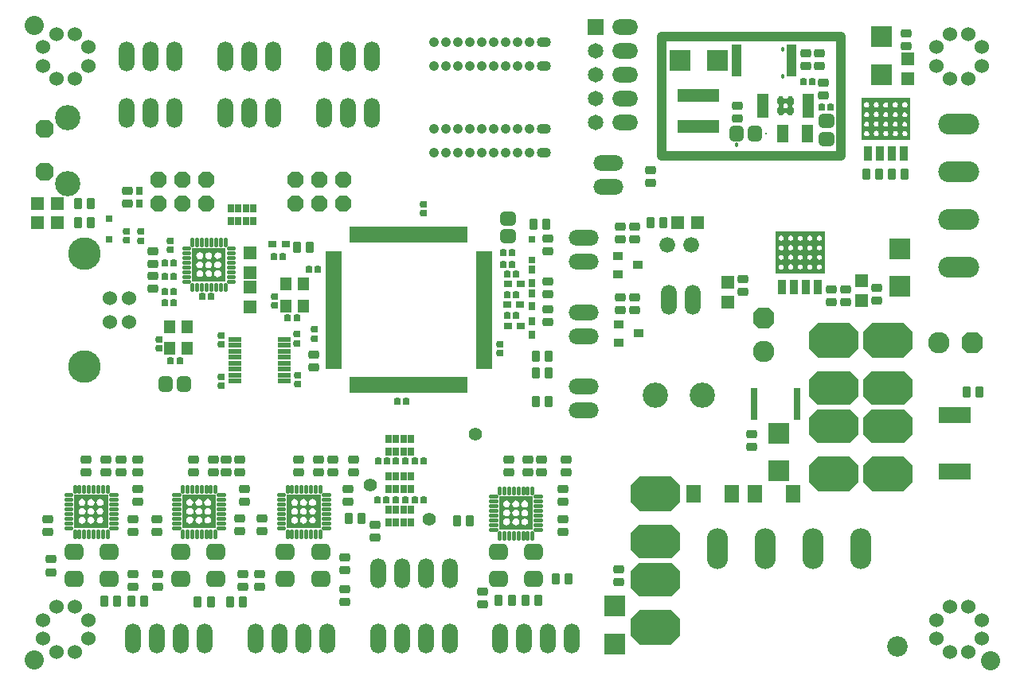
<source format=gts>
%FSLAX24Y24*%
%MOIN*%
G70*
G01*
G75*
G04 Layer_Color=8388736*
%ADD10C,0.0650*%
%ADD11R,0.0402X0.0118*%
G04:AMPARAMS|DCode=12|XSize=105mil|YSize=105mil|CornerRadius=26.3mil|HoleSize=0mil|Usage=FLASHONLY|Rotation=180.000|XOffset=0mil|YOffset=0mil|HoleType=Round|Shape=RoundedRectangle|*
%AMROUNDEDRECTD12*
21,1,0.1050,0.0525,0,0,180.0*
21,1,0.0525,0.1050,0,0,180.0*
1,1,0.0525,-0.0263,0.0263*
1,1,0.0525,0.0263,0.0263*
1,1,0.0525,0.0263,-0.0263*
1,1,0.0525,-0.0263,-0.0263*
%
%ADD12ROUNDEDRECTD12*%
%ADD13C,0.0600*%
G04:AMPARAMS|DCode=14|XSize=50mil|YSize=50mil|CornerRadius=25mil|HoleSize=0mil|Usage=FLASHONLY|Rotation=90.000|XOffset=0mil|YOffset=0mil|HoleType=Round|Shape=RoundedRectangle|*
%AMROUNDEDRECTD14*
21,1,0.0500,0.0000,0,0,90.0*
21,1,0.0000,0.0500,0,0,90.0*
1,1,0.0500,0.0000,0.0000*
1,1,0.0500,0.0000,0.0000*
1,1,0.0500,0.0000,0.0000*
1,1,0.0500,0.0000,0.0000*
%
%ADD14ROUNDEDRECTD14*%
G04:AMPARAMS|DCode=15|XSize=29.1mil|YSize=39.4mil|CornerRadius=5.8mil|HoleSize=0mil|Usage=FLASHONLY|Rotation=90.000|XOffset=0mil|YOffset=0mil|HoleType=Round|Shape=RoundedRectangle|*
%AMROUNDEDRECTD15*
21,1,0.0291,0.0277,0,0,90.0*
21,1,0.0175,0.0394,0,0,90.0*
1,1,0.0117,0.0139,0.0087*
1,1,0.0117,0.0139,-0.0087*
1,1,0.0117,-0.0139,-0.0087*
1,1,0.0117,-0.0139,0.0087*
%
%ADD15ROUNDEDRECTD15*%
G04:AMPARAMS|DCode=16|XSize=29.1mil|YSize=39.4mil|CornerRadius=5.8mil|HoleSize=0mil|Usage=FLASHONLY|Rotation=180.000|XOffset=0mil|YOffset=0mil|HoleType=Round|Shape=RoundedRectangle|*
%AMROUNDEDRECTD16*
21,1,0.0291,0.0277,0,0,180.0*
21,1,0.0175,0.0394,0,0,180.0*
1,1,0.0117,-0.0087,0.0139*
1,1,0.0117,0.0087,0.0139*
1,1,0.0117,0.0087,-0.0139*
1,1,0.0117,-0.0087,-0.0139*
%
%ADD16ROUNDEDRECTD16*%
%ADD17R,0.1673X0.0465*%
G04:AMPARAMS|DCode=18|XSize=22mil|YSize=24mil|CornerRadius=4.4mil|HoleSize=0mil|Usage=FLASHONLY|Rotation=180.000|XOffset=0mil|YOffset=0mil|HoleType=Round|Shape=RoundedRectangle|*
%AMROUNDEDRECTD18*
21,1,0.0220,0.0152,0,0,180.0*
21,1,0.0132,0.0240,0,0,180.0*
1,1,0.0088,-0.0066,0.0076*
1,1,0.0088,0.0066,0.0076*
1,1,0.0088,0.0066,-0.0076*
1,1,0.0088,-0.0066,-0.0076*
%
%ADD18ROUNDEDRECTD18*%
G04:AMPARAMS|DCode=19|XSize=22mil|YSize=24mil|CornerRadius=4.4mil|HoleSize=0mil|Usage=FLASHONLY|Rotation=90.000|XOffset=0mil|YOffset=0mil|HoleType=Round|Shape=RoundedRectangle|*
%AMROUNDEDRECTD19*
21,1,0.0220,0.0152,0,0,90.0*
21,1,0.0132,0.0240,0,0,90.0*
1,1,0.0088,0.0076,0.0066*
1,1,0.0088,0.0076,-0.0066*
1,1,0.0088,-0.0076,-0.0066*
1,1,0.0088,-0.0076,0.0066*
%
%ADD19ROUNDEDRECTD19*%
G04:AMPARAMS|DCode=20|XSize=52mil|YSize=60mil|CornerRadius=13mil|HoleSize=0mil|Usage=FLASHONLY|Rotation=0.000|XOffset=0mil|YOffset=0mil|HoleType=Round|Shape=RoundedRectangle|*
%AMROUNDEDRECTD20*
21,1,0.0520,0.0340,0,0,0.0*
21,1,0.0260,0.0600,0,0,0.0*
1,1,0.0260,0.0130,-0.0170*
1,1,0.0260,-0.0130,-0.0170*
1,1,0.0260,-0.0130,0.0170*
1,1,0.0260,0.0130,0.0170*
%
%ADD20ROUNDEDRECTD20*%
G04:AMPARAMS|DCode=21|XSize=52mil|YSize=60mil|CornerRadius=13mil|HoleSize=0mil|Usage=FLASHONLY|Rotation=270.000|XOffset=0mil|YOffset=0mil|HoleType=Round|Shape=RoundedRectangle|*
%AMROUNDEDRECTD21*
21,1,0.0520,0.0340,0,0,270.0*
21,1,0.0260,0.0600,0,0,270.0*
1,1,0.0260,-0.0170,-0.0130*
1,1,0.0260,-0.0170,0.0130*
1,1,0.0260,0.0170,0.0130*
1,1,0.0260,0.0170,-0.0130*
%
%ADD21ROUNDEDRECTD21*%
%ADD22R,0.0433X0.0669*%
%ADD23R,0.0200X0.0260*%
%ADD24R,0.0543X0.0709*%
G04:AMPARAMS|DCode=25|XSize=63mil|YSize=71mil|CornerRadius=15.8mil|HoleSize=0mil|Usage=FLASHONLY|Rotation=270.000|XOffset=0mil|YOffset=0mil|HoleType=Round|Shape=RoundedRectangle|*
%AMROUNDEDRECTD25*
21,1,0.0630,0.0395,0,0,270.0*
21,1,0.0315,0.0710,0,0,270.0*
1,1,0.0315,-0.0198,-0.0158*
1,1,0.0315,-0.0198,0.0158*
1,1,0.0315,0.0198,0.0158*
1,1,0.0315,0.0198,-0.0158*
%
%ADD25ROUNDEDRECTD25*%
%ADD26R,0.0500X0.0150*%
%ADD27R,0.0790X0.0790*%
%ADD28R,0.0790X0.0790*%
%ADD29R,0.0280X0.0200*%
%ADD30R,0.0200X0.0280*%
%ADD31R,0.0360X0.0320*%
%ADD32R,0.1260X0.0630*%
%ADD33R,0.0240X0.0240*%
%ADD34R,0.0354X0.1299*%
%ADD35R,0.0420X0.0520*%
%ADD36R,0.0480X0.0480*%
%ADD37R,0.0480X0.0480*%
G04:AMPARAMS|DCode=38|XSize=40mil|YSize=40mil|CornerRadius=20mil|HoleSize=0mil|Usage=FLASHONLY|Rotation=0.000|XOffset=0mil|YOffset=0mil|HoleType=Round|Shape=RoundedRectangle|*
%AMROUNDEDRECTD38*
21,1,0.0400,0.0000,0,0,0.0*
21,1,0.0000,0.0400,0,0,0.0*
1,1,0.0400,0.0000,0.0000*
1,1,0.0400,0.0000,0.0000*
1,1,0.0400,0.0000,0.0000*
1,1,0.0400,0.0000,0.0000*
%
%ADD38ROUNDEDRECTD38*%
%ADD39R,0.0236X0.1319*%
%ADD40R,0.1370X0.1370*%
G04:AMPARAMS|DCode=41|XSize=11mil|YSize=31.5mil|CornerRadius=4.4mil|HoleSize=0mil|Usage=FLASHONLY|Rotation=0.000|XOffset=0mil|YOffset=0mil|HoleType=Round|Shape=RoundedRectangle|*
%AMROUNDEDRECTD41*
21,1,0.0110,0.0227,0,0,0.0*
21,1,0.0022,0.0315,0,0,0.0*
1,1,0.0088,0.0011,-0.0113*
1,1,0.0088,-0.0011,-0.0113*
1,1,0.0088,-0.0011,0.0113*
1,1,0.0088,0.0011,0.0113*
%
%ADD41ROUNDEDRECTD41*%
G04:AMPARAMS|DCode=42|XSize=11mil|YSize=31.5mil|CornerRadius=4.4mil|HoleSize=0mil|Usage=FLASHONLY|Rotation=270.000|XOffset=0mil|YOffset=0mil|HoleType=Round|Shape=RoundedRectangle|*
%AMROUNDEDRECTD42*
21,1,0.0110,0.0227,0,0,270.0*
21,1,0.0022,0.0315,0,0,270.0*
1,1,0.0088,-0.0113,-0.0011*
1,1,0.0088,-0.0113,0.0011*
1,1,0.0088,0.0113,0.0011*
1,1,0.0088,0.0113,-0.0011*
%
%ADD42ROUNDEDRECTD42*%
%ADD43R,0.1370X0.1370*%
%ADD44R,0.0120X0.0600*%
%ADD45R,0.0600X0.0120*%
%ADD46R,0.1970X0.1700*%
%ADD47R,0.0280X0.0560*%
%ADD48C,0.0080*%
%ADD49C,0.0200*%
%ADD50C,0.0240*%
%ADD51C,0.0070*%
%ADD52C,0.0100*%
%ADD53C,0.0500*%
%ADD54C,0.0400*%
%ADD55C,0.0120*%
%ADD56C,0.0160*%
%ADD57C,0.0250*%
%ADD58C,0.0600*%
%ADD59C,0.0320*%
%ADD60R,0.0551X0.0472*%
%ADD61R,0.1929X0.1457*%
%ADD62R,0.1575X0.0984*%
%ADD63R,0.1299X0.1063*%
%ADD64C,0.0800*%
%ADD65P,0.0671X8X22.5*%
G04:AMPARAMS|DCode=66|XSize=140mil|YSize=200mil|CornerRadius=0mil|HoleSize=0mil|Usage=FLASHONLY|Rotation=90.000|XOffset=0mil|YOffset=0mil|HoleType=Round|Shape=Octagon|*
%AMOCTAGOND66*
4,1,8,-0.1000,-0.0350,-0.1000,0.0350,-0.0650,0.0700,0.0650,0.0700,0.1000,0.0350,0.1000,-0.0350,0.0650,-0.0700,-0.0650,-0.0700,-0.1000,-0.0350,0.0*
%
%ADD66OCTAGOND66*%

G04:AMPARAMS|DCode=67|XSize=133.9mil|YSize=200mil|CornerRadius=0mil|HoleSize=0mil|Usage=FLASHONLY|Rotation=90.000|XOffset=0mil|YOffset=0mil|HoleType=Round|Shape=Octagon|*
%AMOCTAGOND67*
4,1,8,-0.1000,-0.0335,-0.1000,0.0335,-0.0665,0.0669,0.0665,0.0669,0.1000,0.0335,0.1000,-0.0335,0.0665,-0.0669,-0.0665,-0.0669,-0.1000,-0.0335,0.0*
%
%ADD67OCTAGOND67*%

%ADD68C,0.0840*%
%ADD69P,0.0909X8X22.5*%
%ADD70P,0.0909X8X112.5*%
%ADD71O,0.0825X0.1650*%
%ADD72O,0.1650X0.0825*%
%ADD73O,0.0600X0.1200*%
%ADD74C,0.1000*%
%ADD75C,0.0540*%
%ADD76C,0.1305*%
%ADD77R,0.0591X0.0591*%
%ADD78O,0.1024X0.0591*%
%ADD79C,0.0591*%
%ADD80O,0.1200X0.0600*%
%ADD81P,0.0758X8X292.5*%
%ADD82C,0.0360*%
%ADD83O,0.0540X0.0360*%
%ADD84C,0.0300*%
%ADD85C,0.0500*%
%ADD86C,0.0320*%
%ADD87C,0.0400*%
%ADD88C,0.1421*%
%ADD89C,0.0390*%
%ADD90C,0.0640*%
G04:AMPARAMS|DCode=91|XSize=98mil|YSize=98mil|CornerRadius=0mil|HoleSize=0mil|Usage=FLASHONLY|Rotation=0.000|XOffset=0mil|YOffset=0mil|HoleType=Round|Shape=Relief|Width=10mil|Gap=10mil|Entries=4|*
%AMTHD91*
7,0,0,0.0980,0.0780,0.0100,45*
%
%ADD91THD91*%
%ADD92C,0.0620*%
%ADD93C,0.1240*%
G04:AMPARAMS|DCode=94|XSize=100mil|YSize=100mil|CornerRadius=0mil|HoleSize=0mil|Usage=FLASHONLY|Rotation=0.000|XOffset=0mil|YOffset=0mil|HoleType=Round|Shape=Relief|Width=10mil|Gap=10mil|Entries=4|*
%AMTHD94*
7,0,0,0.1000,0.0800,0.0100,45*
%
%ADD94THD94*%
G04:AMPARAMS|DCode=95|XSize=115mil|YSize=115mil|CornerRadius=0mil|HoleSize=0mil|Usage=FLASHONLY|Rotation=0.000|XOffset=0mil|YOffset=0mil|HoleType=Round|Shape=Relief|Width=10mil|Gap=10mil|Entries=4|*
%AMTHD95*
7,0,0,0.1150,0.0950,0.0100,45*
%
%ADD95THD95*%
%ADD96C,0.0790*%
%ADD97C,0.1110*%
%ADD98C,0.0594*%
G04:AMPARAMS|DCode=99|XSize=95.433mil|YSize=95.433mil|CornerRadius=0mil|HoleSize=0mil|Usage=FLASHONLY|Rotation=0.000|XOffset=0mil|YOffset=0mil|HoleType=Round|Shape=Relief|Width=10mil|Gap=10mil|Entries=4|*
%AMTHD99*
7,0,0,0.0954,0.0754,0.0100,45*
%
%ADD99THD99*%
%ADD100C,0.0830*%
%ADD101C,0.0460*%
G04:AMPARAMS|DCode=102|XSize=82mil|YSize=82mil|CornerRadius=0mil|HoleSize=0mil|Usage=FLASHONLY|Rotation=0.000|XOffset=0mil|YOffset=0mil|HoleType=Round|Shape=Relief|Width=10mil|Gap=10mil|Entries=4|*
%AMTHD102*
7,0,0,0.0820,0.0620,0.0100,45*
%
%ADD102THD102*%
%ADD103C,0.0520*%
%ADD104C,0.1400*%
%ADD105C,0.1300*%
%ADD106C,0.1040*%
%ADD107C,0.0800*%
%ADD108R,0.3622X0.4331*%
%ADD109R,0.3583X0.4284*%
%ADD110R,0.3425X0.4284*%
%ADD111R,0.4094X0.4331*%
G04:AMPARAMS|DCode=112|XSize=50mil|YSize=50mil|CornerRadius=25mil|HoleSize=0mil|Usage=FLASHONLY|Rotation=180.000|XOffset=0mil|YOffset=0mil|HoleType=Round|Shape=RoundedRectangle|*
%AMROUNDEDRECTD112*
21,1,0.0500,0.0000,0,0,180.0*
21,1,0.0000,0.0500,0,0,180.0*
1,1,0.0500,0.0000,0.0000*
1,1,0.0500,0.0000,0.0000*
1,1,0.0500,0.0000,0.0000*
1,1,0.0500,0.0000,0.0000*
%
%ADD112ROUNDEDRECTD112*%
G04:AMPARAMS|DCode=113|XSize=46mil|YSize=63mil|CornerRadius=11.5mil|HoleSize=0mil|Usage=FLASHONLY|Rotation=90.000|XOffset=0mil|YOffset=0mil|HoleType=Round|Shape=RoundedRectangle|*
%AMROUNDEDRECTD113*
21,1,0.0460,0.0400,0,0,90.0*
21,1,0.0230,0.0630,0,0,90.0*
1,1,0.0230,0.0200,0.0115*
1,1,0.0230,0.0200,-0.0115*
1,1,0.0230,-0.0200,-0.0115*
1,1,0.0230,-0.0200,0.0115*
%
%ADD113ROUNDEDRECTD113*%
%ADD114C,0.0098*%
%ADD115C,0.0050*%
%ADD116C,0.0060*%
%ADD117C,0.0000*%
%ADD118C,0.0079*%
%ADD119C,0.0040*%
%ADD120R,0.0295X0.0879*%
%ADD121R,0.0879X0.0295*%
%ADD122R,0.2450X0.0492*%
%ADD123R,0.0119X0.0120*%
%ADD124R,0.0060X0.0120*%
%ADD125R,0.0059X0.0120*%
%ADD126R,0.0120X0.0119*%
%ADD127R,0.0120X0.0060*%
%ADD128R,0.0120X0.0059*%
%ADD129R,0.0382X0.0098*%
G04:AMPARAMS|DCode=130|XSize=103mil|YSize=103mil|CornerRadius=25.3mil|HoleSize=0mil|Usage=FLASHONLY|Rotation=180.000|XOffset=0mil|YOffset=0mil|HoleType=Round|Shape=RoundedRectangle|*
%AMROUNDEDRECTD130*
21,1,0.1030,0.0525,0,0,180.0*
21,1,0.0525,0.1030,0,0,180.0*
1,1,0.0505,-0.0263,0.0263*
1,1,0.0505,0.0263,0.0263*
1,1,0.0505,0.0263,-0.0263*
1,1,0.0505,-0.0263,-0.0263*
%
%ADD130ROUNDEDRECTD130*%
G04:AMPARAMS|DCode=131|XSize=48mil|YSize=48mil|CornerRadius=24mil|HoleSize=0mil|Usage=FLASHONLY|Rotation=90.000|XOffset=0mil|YOffset=0mil|HoleType=Round|Shape=RoundedRectangle|*
%AMROUNDEDRECTD131*
21,1,0.0480,0.0000,0,0,90.0*
21,1,0.0000,0.0480,0,0,90.0*
1,1,0.0480,0.0000,0.0000*
1,1,0.0480,0.0000,0.0000*
1,1,0.0480,0.0000,0.0000*
1,1,0.0480,0.0000,0.0000*
%
%ADD131ROUNDEDRECTD131*%
G04:AMPARAMS|DCode=132|XSize=27.1mil|YSize=37.4mil|CornerRadius=4.8mil|HoleSize=0mil|Usage=FLASHONLY|Rotation=90.000|XOffset=0mil|YOffset=0mil|HoleType=Round|Shape=RoundedRectangle|*
%AMROUNDEDRECTD132*
21,1,0.0271,0.0277,0,0,90.0*
21,1,0.0175,0.0374,0,0,90.0*
1,1,0.0097,0.0139,0.0087*
1,1,0.0097,0.0139,-0.0087*
1,1,0.0097,-0.0139,-0.0087*
1,1,0.0097,-0.0139,0.0087*
%
%ADD132ROUNDEDRECTD132*%
G04:AMPARAMS|DCode=133|XSize=27.1mil|YSize=37.4mil|CornerRadius=4.8mil|HoleSize=0mil|Usage=FLASHONLY|Rotation=180.000|XOffset=0mil|YOffset=0mil|HoleType=Round|Shape=RoundedRectangle|*
%AMROUNDEDRECTD133*
21,1,0.0271,0.0277,0,0,180.0*
21,1,0.0175,0.0374,0,0,180.0*
1,1,0.0097,-0.0087,0.0139*
1,1,0.0097,0.0087,0.0139*
1,1,0.0097,0.0087,-0.0139*
1,1,0.0097,-0.0087,-0.0139*
%
%ADD133ROUNDEDRECTD133*%
%ADD134R,0.1653X0.0445*%
G04:AMPARAMS|DCode=135|XSize=20mil|YSize=22mil|CornerRadius=3.4mil|HoleSize=0mil|Usage=FLASHONLY|Rotation=180.000|XOffset=0mil|YOffset=0mil|HoleType=Round|Shape=RoundedRectangle|*
%AMROUNDEDRECTD135*
21,1,0.0200,0.0152,0,0,180.0*
21,1,0.0132,0.0220,0,0,180.0*
1,1,0.0068,-0.0066,0.0076*
1,1,0.0068,0.0066,0.0076*
1,1,0.0068,0.0066,-0.0076*
1,1,0.0068,-0.0066,-0.0076*
%
%ADD135ROUNDEDRECTD135*%
G04:AMPARAMS|DCode=136|XSize=20mil|YSize=22mil|CornerRadius=3.4mil|HoleSize=0mil|Usage=FLASHONLY|Rotation=90.000|XOffset=0mil|YOffset=0mil|HoleType=Round|Shape=RoundedRectangle|*
%AMROUNDEDRECTD136*
21,1,0.0200,0.0152,0,0,90.0*
21,1,0.0132,0.0220,0,0,90.0*
1,1,0.0068,0.0076,0.0066*
1,1,0.0068,0.0076,-0.0066*
1,1,0.0068,-0.0076,-0.0066*
1,1,0.0068,-0.0076,0.0066*
%
%ADD136ROUNDEDRECTD136*%
G04:AMPARAMS|DCode=137|XSize=50mil|YSize=58mil|CornerRadius=12mil|HoleSize=0mil|Usage=FLASHONLY|Rotation=0.000|XOffset=0mil|YOffset=0mil|HoleType=Round|Shape=RoundedRectangle|*
%AMROUNDEDRECTD137*
21,1,0.0500,0.0340,0,0,0.0*
21,1,0.0260,0.0580,0,0,0.0*
1,1,0.0240,0.0130,-0.0170*
1,1,0.0240,-0.0130,-0.0170*
1,1,0.0240,-0.0130,0.0170*
1,1,0.0240,0.0130,0.0170*
%
%ADD137ROUNDEDRECTD137*%
G04:AMPARAMS|DCode=138|XSize=50mil|YSize=58mil|CornerRadius=12mil|HoleSize=0mil|Usage=FLASHONLY|Rotation=270.000|XOffset=0mil|YOffset=0mil|HoleType=Round|Shape=RoundedRectangle|*
%AMROUNDEDRECTD138*
21,1,0.0500,0.0340,0,0,270.0*
21,1,0.0260,0.0580,0,0,270.0*
1,1,0.0240,-0.0170,-0.0130*
1,1,0.0240,-0.0170,0.0130*
1,1,0.0240,0.0170,0.0130*
1,1,0.0240,0.0170,-0.0130*
%
%ADD138ROUNDEDRECTD138*%
%ADD139R,0.0413X0.0649*%
%ADD140R,0.0180X0.0240*%
%ADD141R,0.0523X0.0689*%
G04:AMPARAMS|DCode=142|XSize=61mil|YSize=69mil|CornerRadius=14.8mil|HoleSize=0mil|Usage=FLASHONLY|Rotation=270.000|XOffset=0mil|YOffset=0mil|HoleType=Round|Shape=RoundedRectangle|*
%AMROUNDEDRECTD142*
21,1,0.0610,0.0395,0,0,270.0*
21,1,0.0315,0.0690,0,0,270.0*
1,1,0.0295,-0.0198,-0.0158*
1,1,0.0295,-0.0198,0.0158*
1,1,0.0295,0.0198,0.0158*
1,1,0.0295,0.0198,-0.0158*
%
%ADD142ROUNDEDRECTD142*%
%ADD143R,0.0480X0.0130*%
%ADD144R,0.0770X0.0770*%
%ADD145R,0.0770X0.0770*%
%ADD146R,0.0260X0.0180*%
%ADD147R,0.0180X0.0260*%
%ADD148R,0.0340X0.0300*%
%ADD149R,0.1240X0.0610*%
%ADD150R,0.0220X0.0220*%
%ADD151R,0.0334X0.1279*%
%ADD152R,0.0400X0.0500*%
%ADD153R,0.0460X0.0460*%
%ADD154R,0.0460X0.0460*%
%ADD155R,0.0216X0.1299*%
G04:AMPARAMS|DCode=156|XSize=9mil|YSize=29.5mil|CornerRadius=3.4mil|HoleSize=0mil|Usage=FLASHONLY|Rotation=0.000|XOffset=0mil|YOffset=0mil|HoleType=Round|Shape=RoundedRectangle|*
%AMROUNDEDRECTD156*
21,1,0.0090,0.0227,0,0,0.0*
21,1,0.0022,0.0295,0,0,0.0*
1,1,0.0068,0.0011,-0.0113*
1,1,0.0068,-0.0011,-0.0113*
1,1,0.0068,-0.0011,0.0113*
1,1,0.0068,0.0011,0.0113*
%
%ADD156ROUNDEDRECTD156*%
G04:AMPARAMS|DCode=157|XSize=9mil|YSize=29.5mil|CornerRadius=3.4mil|HoleSize=0mil|Usage=FLASHONLY|Rotation=270.000|XOffset=0mil|YOffset=0mil|HoleType=Round|Shape=RoundedRectangle|*
%AMROUNDEDRECTD157*
21,1,0.0090,0.0227,0,0,270.0*
21,1,0.0022,0.0295,0,0,270.0*
1,1,0.0068,-0.0113,-0.0011*
1,1,0.0068,-0.0113,0.0011*
1,1,0.0068,0.0113,0.0011*
1,1,0.0068,0.0113,-0.0011*
%
%ADD157ROUNDEDRECTD157*%
%ADD158R,0.0100X0.0580*%
%ADD159R,0.0580X0.0100*%
%ADD160R,0.1950X0.1680*%
%ADD161R,0.0260X0.0540*%
%ADD162C,0.0394*%
%ADD163C,0.0150*%
%ADD164R,0.0530X0.0170*%
%ADD165R,0.0460X0.0130*%
%ADD166R,0.0482X0.0198*%
G04:AMPARAMS|DCode=167|XSize=56mil|YSize=56mil|CornerRadius=28mil|HoleSize=0mil|Usage=FLASHONLY|Rotation=90.000|XOffset=0mil|YOffset=0mil|HoleType=Round|Shape=RoundedRectangle|*
%AMROUNDEDRECTD167*
21,1,0.0560,0.0000,0,0,90.0*
21,1,0.0000,0.0560,0,0,90.0*
1,1,0.0560,0.0000,0.0000*
1,1,0.0560,0.0000,0.0000*
1,1,0.0560,0.0000,0.0000*
1,1,0.0560,0.0000,0.0000*
%
%ADD167ROUNDEDRECTD167*%
G04:AMPARAMS|DCode=168|XSize=35.1mil|YSize=45.4mil|CornerRadius=8.8mil|HoleSize=0mil|Usage=FLASHONLY|Rotation=90.000|XOffset=0mil|YOffset=0mil|HoleType=Round|Shape=RoundedRectangle|*
%AMROUNDEDRECTD168*
21,1,0.0351,0.0277,0,0,90.0*
21,1,0.0175,0.0454,0,0,90.0*
1,1,0.0177,0.0139,0.0087*
1,1,0.0177,0.0139,-0.0087*
1,1,0.0177,-0.0139,-0.0087*
1,1,0.0177,-0.0139,0.0087*
%
%ADD168ROUNDEDRECTD168*%
G04:AMPARAMS|DCode=169|XSize=35.1mil|YSize=45.4mil|CornerRadius=8.8mil|HoleSize=0mil|Usage=FLASHONLY|Rotation=180.000|XOffset=0mil|YOffset=0mil|HoleType=Round|Shape=RoundedRectangle|*
%AMROUNDEDRECTD169*
21,1,0.0351,0.0277,0,0,180.0*
21,1,0.0175,0.0454,0,0,180.0*
1,1,0.0177,-0.0087,0.0139*
1,1,0.0177,0.0087,0.0139*
1,1,0.0177,0.0087,-0.0139*
1,1,0.0177,-0.0087,-0.0139*
%
%ADD169ROUNDEDRECTD169*%
%ADD170R,0.1733X0.0525*%
G04:AMPARAMS|DCode=171|XSize=28mil|YSize=30mil|CornerRadius=7.4mil|HoleSize=0mil|Usage=FLASHONLY|Rotation=180.000|XOffset=0mil|YOffset=0mil|HoleType=Round|Shape=RoundedRectangle|*
%AMROUNDEDRECTD171*
21,1,0.0280,0.0152,0,0,180.0*
21,1,0.0132,0.0300,0,0,180.0*
1,1,0.0148,-0.0066,0.0076*
1,1,0.0148,0.0066,0.0076*
1,1,0.0148,0.0066,-0.0076*
1,1,0.0148,-0.0066,-0.0076*
%
%ADD171ROUNDEDRECTD171*%
G04:AMPARAMS|DCode=172|XSize=28mil|YSize=30mil|CornerRadius=7.4mil|HoleSize=0mil|Usage=FLASHONLY|Rotation=90.000|XOffset=0mil|YOffset=0mil|HoleType=Round|Shape=RoundedRectangle|*
%AMROUNDEDRECTD172*
21,1,0.0280,0.0152,0,0,90.0*
21,1,0.0132,0.0300,0,0,90.0*
1,1,0.0148,0.0076,0.0066*
1,1,0.0148,0.0076,-0.0066*
1,1,0.0148,-0.0076,-0.0066*
1,1,0.0148,-0.0076,0.0066*
%
%ADD172ROUNDEDRECTD172*%
G04:AMPARAMS|DCode=173|XSize=58mil|YSize=66mil|CornerRadius=16mil|HoleSize=0mil|Usage=FLASHONLY|Rotation=0.000|XOffset=0mil|YOffset=0mil|HoleType=Round|Shape=RoundedRectangle|*
%AMROUNDEDRECTD173*
21,1,0.0580,0.0340,0,0,0.0*
21,1,0.0260,0.0660,0,0,0.0*
1,1,0.0320,0.0130,-0.0170*
1,1,0.0320,-0.0130,-0.0170*
1,1,0.0320,-0.0130,0.0170*
1,1,0.0320,0.0130,0.0170*
%
%ADD173ROUNDEDRECTD173*%
G04:AMPARAMS|DCode=174|XSize=58mil|YSize=66mil|CornerRadius=16mil|HoleSize=0mil|Usage=FLASHONLY|Rotation=270.000|XOffset=0mil|YOffset=0mil|HoleType=Round|Shape=RoundedRectangle|*
%AMROUNDEDRECTD174*
21,1,0.0580,0.0340,0,0,270.0*
21,1,0.0260,0.0660,0,0,270.0*
1,1,0.0320,-0.0170,-0.0130*
1,1,0.0320,-0.0170,0.0130*
1,1,0.0320,0.0170,0.0130*
1,1,0.0320,0.0170,-0.0130*
%
%ADD174ROUNDEDRECTD174*%
%ADD175R,0.0493X0.0729*%
%ADD176R,0.0260X0.0320*%
%ADD177R,0.0603X0.0769*%
G04:AMPARAMS|DCode=178|XSize=69mil|YSize=77mil|CornerRadius=18.8mil|HoleSize=0mil|Usage=FLASHONLY|Rotation=270.000|XOffset=0mil|YOffset=0mil|HoleType=Round|Shape=RoundedRectangle|*
%AMROUNDEDRECTD178*
21,1,0.0690,0.0395,0,0,270.0*
21,1,0.0315,0.0770,0,0,270.0*
1,1,0.0375,-0.0198,-0.0158*
1,1,0.0375,-0.0198,0.0158*
1,1,0.0375,0.0198,0.0158*
1,1,0.0375,0.0198,-0.0158*
%
%ADD178ROUNDEDRECTD178*%
%ADD179R,0.0560X0.0210*%
%ADD180R,0.0850X0.0850*%
%ADD181R,0.0850X0.0850*%
%ADD182R,0.0340X0.0260*%
%ADD183R,0.0260X0.0340*%
%ADD184R,0.0420X0.0380*%
%ADD185R,0.1320X0.0690*%
%ADD186R,0.0300X0.0300*%
%ADD187R,0.0414X0.1359*%
%ADD188R,0.0480X0.0580*%
%ADD189R,0.0540X0.0540*%
%ADD190R,0.0540X0.0540*%
G04:AMPARAMS|DCode=191|XSize=80mil|YSize=80mil|CornerRadius=40mil|HoleSize=0mil|Usage=FLASHONLY|Rotation=0.000|XOffset=0mil|YOffset=0mil|HoleType=Round|Shape=RoundedRectangle|*
%AMROUNDEDRECTD191*
21,1,0.0800,0.0000,0,0,0.0*
21,1,0.0000,0.0800,0,0,0.0*
1,1,0.0800,0.0000,0.0000*
1,1,0.0800,0.0000,0.0000*
1,1,0.0800,0.0000,0.0000*
1,1,0.0800,0.0000,0.0000*
%
%ADD191ROUNDEDRECTD191*%
%ADD192R,0.0296X0.1379*%
G04:AMPARAMS|DCode=193|XSize=15mil|YSize=35.4mil|CornerRadius=6.4mil|HoleSize=0mil|Usage=FLASHONLY|Rotation=0.000|XOffset=0mil|YOffset=0mil|HoleType=Round|Shape=RoundedRectangle|*
%AMROUNDEDRECTD193*
21,1,0.0150,0.0227,0,0,0.0*
21,1,0.0022,0.0354,0,0,0.0*
1,1,0.0128,0.0011,-0.0113*
1,1,0.0128,-0.0011,-0.0113*
1,1,0.0128,-0.0011,0.0113*
1,1,0.0128,0.0011,0.0113*
%
%ADD193ROUNDEDRECTD193*%
G04:AMPARAMS|DCode=194|XSize=15mil|YSize=35.4mil|CornerRadius=6.4mil|HoleSize=0mil|Usage=FLASHONLY|Rotation=270.000|XOffset=0mil|YOffset=0mil|HoleType=Round|Shape=RoundedRectangle|*
%AMROUNDEDRECTD194*
21,1,0.0150,0.0227,0,0,270.0*
21,1,0.0022,0.0354,0,0,270.0*
1,1,0.0128,-0.0113,-0.0011*
1,1,0.0128,-0.0113,0.0011*
1,1,0.0128,0.0113,0.0011*
1,1,0.0128,0.0113,-0.0011*
%
%ADD194ROUNDEDRECTD194*%
%ADD195R,0.0200X0.0680*%
%ADD196R,0.0680X0.0200*%
%ADD197R,0.0340X0.0620*%
%ADD198C,0.0860*%
%ADD199C,0.0660*%
%ADD200P,0.0736X8X22.5*%
G04:AMPARAMS|DCode=201|XSize=146mil|YSize=206mil|CornerRadius=0mil|HoleSize=0mil|Usage=FLASHONLY|Rotation=90.000|XOffset=0mil|YOffset=0mil|HoleType=Round|Shape=Octagon|*
%AMOCTAGOND201*
4,1,8,-0.1030,-0.0365,-0.1030,0.0365,-0.0665,0.0730,0.0665,0.0730,0.1030,0.0365,0.1030,-0.0365,0.0665,-0.0730,-0.0665,-0.0730,-0.1030,-0.0365,0.0*
%
%ADD201OCTAGOND201*%

G04:AMPARAMS|DCode=202|XSize=139.9mil|YSize=206mil|CornerRadius=0mil|HoleSize=0mil|Usage=FLASHONLY|Rotation=90.000|XOffset=0mil|YOffset=0mil|HoleType=Round|Shape=Octagon|*
%AMOCTAGOND202*
4,1,8,-0.1030,-0.0350,-0.1030,0.0350,-0.0680,0.0699,0.0680,0.0699,0.1030,0.0350,0.1030,-0.0350,0.0680,-0.0699,-0.0680,-0.0699,-0.1030,-0.0350,0.0*
%
%ADD202OCTAGOND202*%

%ADD203C,0.0900*%
%ADD204P,0.0974X8X22.5*%
%ADD205P,0.0974X8X112.5*%
%ADD206O,0.0885X0.1710*%
%ADD207O,0.1710X0.0885*%
%ADD208O,0.0660X0.1260*%
%ADD209C,0.1060*%
%ADD210C,0.1365*%
%ADD211R,0.0651X0.0651*%
%ADD212O,0.1084X0.0651*%
%ADD213C,0.0651*%
%ADD214O,0.1260X0.0660*%
%ADD215P,0.0823X8X292.5*%
%ADD216C,0.0420*%
%ADD217O,0.0600X0.0420*%
%ADD218C,0.0080*%
%ADD219C,0.0180*%
G36*
X22478Y16061D02*
X22139D01*
X22139Y16154D01*
Y16061D01*
X21769D01*
X21769Y16149D01*
Y16061D01*
X21070D01*
Y17459D01*
X21769D01*
X21769Y17371D01*
Y17459D01*
X22149D01*
X22149Y17401D01*
Y17459D01*
X22478D01*
Y16061D01*
D02*
G37*
G36*
X18499Y27480D02*
Y27100D01*
X18411Y27100D01*
X18499D01*
Y26720D01*
X18440Y26720D01*
X18499D01*
Y26391D01*
X17101D01*
Y26730D01*
X17194Y26730D01*
X17101D01*
Y27100D01*
X17189Y27100D01*
X17101D01*
Y27480D01*
Y27799D01*
X18499D01*
Y27480D01*
D02*
G37*
G36*
X18092Y16061D02*
X17753D01*
X17753Y16154D01*
Y16061D01*
X17383D01*
X17383Y16149D01*
Y16061D01*
X16684D01*
Y17459D01*
X17383D01*
X17383Y17371D01*
Y17459D01*
X17763D01*
X17763Y17401D01*
Y17459D01*
X18092D01*
Y16061D01*
D02*
G37*
G36*
X31358Y15992D02*
X31020D01*
X31020Y16085D01*
Y15992D01*
X30650D01*
X30650Y16080D01*
Y15992D01*
X29951D01*
Y17390D01*
X30650D01*
X30650Y17302D01*
Y17390D01*
X31030D01*
X31030Y17332D01*
Y17390D01*
X31358D01*
Y15992D01*
D02*
G37*
G36*
X13583Y16061D02*
X13244D01*
X13244Y16154D01*
Y16061D01*
X12874D01*
X12874Y16149D01*
Y16061D01*
X12175D01*
Y17459D01*
X12874D01*
X12874Y17371D01*
Y17459D01*
X13254D01*
X13254Y17401D01*
Y17459D01*
X13583D01*
Y16061D01*
D02*
G37*
G36*
X43583Y28199D02*
Y27805D01*
Y27402D01*
Y27008D01*
Y26732D01*
X41535D01*
Y27008D01*
Y27402D01*
Y27805D01*
Y28209D01*
Y28494D01*
X43583D01*
Y28199D01*
D02*
G37*
G36*
X47165Y33789D02*
Y33396D01*
Y32992D01*
Y32598D01*
Y32323D01*
X45118D01*
Y32598D01*
Y32992D01*
Y33396D01*
Y33799D01*
Y34085D01*
X47165D01*
Y33789D01*
D02*
G37*
G36*
X42231Y34150D02*
X42237Y34119D01*
X42254Y34093D01*
X42280Y34075D01*
X42311Y34069D01*
Y33866D01*
X42284Y33860D01*
X42261Y33845D01*
X42246Y33822D01*
X42241Y33795D01*
X42242D01*
Y33756D01*
X42231D01*
X42231Y33746D01*
X42237Y33715D01*
X42254Y33689D01*
X42280Y33672D01*
X42311Y33666D01*
Y33472D01*
X42280Y33466D01*
X42254Y33449D01*
X42237Y33422D01*
X42231Y33392D01*
X42232D01*
Y33372D01*
X42057D01*
X42049Y33410D01*
X42028Y33443D01*
X41995Y33465D01*
X41957Y33472D01*
Y33470D01*
X41937Y33472D01*
X41899Y33465D01*
X41866Y33443D01*
X41844Y33410D01*
X41837Y33372D01*
X41661D01*
X41663Y33382D01*
X41657Y33413D01*
X41639Y33439D01*
X41613Y33456D01*
X41583Y33462D01*
Y33666D01*
X41610Y33671D01*
X41632Y33687D01*
X41648Y33709D01*
X41653Y33736D01*
X41652D01*
Y33776D01*
X41663D01*
X41663Y33785D01*
X41657Y33816D01*
X41639Y33842D01*
X41613Y33860D01*
X41583Y33866D01*
Y34059D01*
X41613Y34066D01*
X41639Y34083D01*
X41657Y34109D01*
X41663Y34140D01*
X41661D01*
Y34159D01*
X41837D01*
X41844Y34121D01*
X41866Y34088D01*
X41899Y34067D01*
X41937Y34059D01*
Y34061D01*
X41957Y34059D01*
X41995Y34067D01*
X42028Y34088D01*
X42049Y34121D01*
X42057Y34159D01*
X42232D01*
X42231Y34150D01*
D02*
G37*
%LPC*%
G36*
X22144Y17283D02*
X22088Y17272D01*
X22040Y17240D01*
X22008Y17192D01*
X21997Y17140D01*
X21997Y17140D01*
X21996Y17135D01*
X22008Y17078D01*
X22040Y17030D01*
X22088Y16998D01*
X22139Y16988D01*
Y16988D01*
X22139D01*
X22139Y16990D01*
X22139Y16988D01*
X22144Y16987D01*
X22201Y16998D01*
X22249Y17030D01*
X22281Y17078D01*
X22291Y17130D01*
X22291Y17130D01*
X22292Y17135D01*
X22281Y17192D01*
X22249Y17240D01*
X22201Y17272D01*
X22149Y17282D01*
Y17282D01*
X22149D01*
X22149Y17280D01*
Y17282D01*
X22144Y17283D01*
D02*
G37*
G36*
X21769Y17283D02*
X21715Y17272D01*
X21668Y17241D01*
X21637Y17195D01*
X21627Y17140D01*
X21627Y17140D01*
X21629Y17140D01*
X21627Y17130D01*
X21627Y17130D01*
X21637Y17075D01*
X21668Y17029D01*
X21715Y16998D01*
X21769Y16987D01*
X21769Y16987D01*
D01*
X21769D01*
Y16990D01*
X21769Y16987D01*
X21769D01*
X21769Y16987D01*
X21824Y16998D01*
X21870Y17029D01*
X21901Y17075D01*
X21912Y17130D01*
X21912Y17130D01*
X21911Y17130D01*
X21912Y17135D01*
X21901Y17192D01*
X21869Y17240D01*
X21821Y17272D01*
X21769Y17282D01*
X21769Y17280D01*
Y17283D01*
X21769Y17283D01*
D02*
G37*
G36*
X17383D02*
X17328Y17272D01*
X17282Y17241D01*
X17251Y17195D01*
X17240Y17140D01*
X17240Y17140D01*
X17243Y17140D01*
X17240Y17130D01*
X17240Y17130D01*
X17251Y17075D01*
X17282Y17029D01*
X17328Y16998D01*
X17383Y16987D01*
X17383Y16987D01*
D01*
X17383D01*
Y16990D01*
X17383Y16987D01*
X17383D01*
X17383Y16987D01*
X17438Y16998D01*
X17484Y17029D01*
X17515Y17075D01*
X17526Y17130D01*
X17526Y17130D01*
X17525Y17130D01*
X17526Y17135D01*
X17515Y17192D01*
X17483Y17240D01*
X17435Y17272D01*
X17383Y17282D01*
X17383Y17280D01*
Y17283D01*
X17383Y17283D01*
D02*
G37*
G36*
X12874D02*
X12819Y17272D01*
X12773Y17241D01*
X12742Y17195D01*
X12731Y17140D01*
X12731Y17140D01*
X12734Y17140D01*
X12731Y17130D01*
X12731Y17130D01*
X12742Y17075D01*
X12773Y17029D01*
X12819Y16998D01*
X12874Y16987D01*
X12874Y16987D01*
D01*
X12874D01*
Y16990D01*
X12874Y16987D01*
X12874D01*
X12874Y16987D01*
X12929Y16998D01*
X12975Y17029D01*
X13006Y17075D01*
X13017Y17130D01*
X13017Y17130D01*
X13016Y17130D01*
X13017Y17135D01*
X13006Y17192D01*
X12974Y17240D01*
X12926Y17272D01*
X12874Y17282D01*
X12874Y17280D01*
Y17283D01*
X12874Y17283D01*
D02*
G37*
G36*
X13249Y17283D02*
X13192Y17272D01*
X13144Y17240D01*
X13112Y17192D01*
X13102Y17140D01*
X13102Y17140D01*
X13101Y17135D01*
X13112Y17078D01*
X13144Y17030D01*
X13192Y16998D01*
X13244Y16988D01*
Y16988D01*
X13244D01*
X13244Y16990D01*
X13244Y16988D01*
X13249Y16987D01*
X13306Y16998D01*
X13354Y17030D01*
X13386Y17078D01*
X13396Y17130D01*
X13396Y17130D01*
X13397Y17135D01*
X13386Y17192D01*
X13354Y17240D01*
X13306Y17272D01*
X13254Y17282D01*
Y17282D01*
X13254D01*
X13254Y17280D01*
Y17282D01*
X13249Y17283D01*
D02*
G37*
G36*
X17758D02*
X17701Y17272D01*
X17653Y17240D01*
X17621Y17192D01*
X17611Y17140D01*
X17611Y17140D01*
X17610Y17135D01*
X17621Y17078D01*
X17653Y17030D01*
X17701Y16998D01*
X17753Y16988D01*
Y16988D01*
X17753D01*
X17753Y16990D01*
X17753Y16988D01*
X17758Y16987D01*
X17815Y16998D01*
X17863Y17030D01*
X17895Y17078D01*
X17905Y17130D01*
X17905Y17130D01*
X17906Y17135D01*
X17895Y17192D01*
X17863Y17240D01*
X17815Y17272D01*
X17763Y17282D01*
Y17282D01*
X17763D01*
X17763Y17280D01*
Y17282D01*
X17758Y17283D01*
D02*
G37*
G36*
X31025Y17214D02*
X30968Y17203D01*
X30920Y17171D01*
X30888Y17123D01*
X30878Y17071D01*
X30878Y17071D01*
X30877Y17066D01*
X30888Y17010D01*
X30920Y16962D01*
X30968Y16930D01*
X31020Y16919D01*
Y16919D01*
X31020D01*
X31020Y16921D01*
X31020Y16919D01*
X31025Y16918D01*
X31081Y16930D01*
X31129Y16962D01*
X31161Y17010D01*
X31172Y17061D01*
X31172Y17061D01*
X31173Y17066D01*
X31161Y17123D01*
X31129Y17171D01*
X31081Y17203D01*
X31030Y17213D01*
Y17213D01*
X31030D01*
X31030Y17211D01*
Y17213D01*
X31025Y17214D01*
D02*
G37*
G36*
X30650Y17214D02*
X30595Y17203D01*
X30549Y17172D01*
X30518Y17126D01*
X30507Y17071D01*
X30507Y17071D01*
X30510Y17071D01*
X30507Y17061D01*
X30507Y17061D01*
X30518Y17007D01*
X30549Y16960D01*
X30595Y16929D01*
X30650Y16918D01*
X30650Y16918D01*
D01*
X30650D01*
Y16921D01*
X30650Y16918D01*
X30650D01*
X30650Y16918D01*
X30704Y16929D01*
X30751Y16960D01*
X30781Y17007D01*
X30792Y17061D01*
X30792Y17061D01*
X30792Y17061D01*
X30793Y17066D01*
X30781Y17123D01*
X30749Y17171D01*
X30701Y17203D01*
X30650Y17213D01*
X30650Y17211D01*
Y17214D01*
X30650Y17214D01*
D02*
G37*
G36*
X17805Y26863D02*
X17800Y26862D01*
X17800Y26862D01*
X17795Y26863D01*
X17746Y26853D01*
X17705Y26825D01*
X17677Y26784D01*
X17668Y26740D01*
X17670Y26740D01*
Y26730D01*
X17669D01*
X17667Y26720D01*
X17678Y26669D01*
X17706Y26626D01*
X17749Y26598D01*
X17800Y26587D01*
X17800Y26587D01*
X17800Y26587D01*
X17800Y26587D01*
X17855Y26598D01*
X17901Y26629D01*
X17932Y26675D01*
X17943Y26730D01*
X17943Y26730D01*
X17940Y26730D01*
X17984Y26730D01*
X17942Y26730D01*
X17932Y26778D01*
X17902Y26822D01*
X17858Y26852D01*
X17805Y26863D01*
D02*
G37*
G36*
X17425D02*
X17420Y26862D01*
X17420Y26862D01*
X17415Y26863D01*
X17366Y26853D01*
X17325Y26825D01*
X17297Y26784D01*
X17288Y26740D01*
X17290Y26740D01*
Y26730D01*
X17287D01*
X17287Y26730D01*
X17298Y26675D01*
X17329Y26629D01*
X17375Y26598D01*
X17430Y26587D01*
X17430Y26587D01*
X17430Y26588D01*
X17435Y26587D01*
X17484Y26597D01*
X17525Y26625D01*
X17553Y26666D01*
X17562Y26710D01*
X17560Y26710D01*
Y26730D01*
X17615D01*
X17562Y26730D01*
X17552Y26778D01*
X17522Y26822D01*
X17478Y26852D01*
X17425Y26863D01*
D02*
G37*
G36*
X42165Y27128D02*
X42123Y27120D01*
X42087Y27096D01*
X42063Y27060D01*
X42057Y27028D01*
X42057D01*
X42056Y27012D01*
X42057Y27008D01*
X42056D01*
X42055Y26998D01*
X42063Y26960D01*
X42085Y26927D01*
X42117Y26905D01*
X42156Y26898D01*
Y26897D01*
X42198Y26906D01*
X42234Y26930D01*
X42257Y26966D01*
X42266Y27008D01*
X42264D01*
Y27008D01*
X42254D01*
Y27037D01*
X42256D01*
X42249Y27072D01*
X42229Y27101D01*
X42200Y27121D01*
X42165Y27128D01*
Y27128D01*
D02*
G37*
G36*
X41762Y27118D02*
X41723Y27110D01*
X41691Y27089D01*
X41669Y27056D01*
X41661Y27018D01*
X41663Y27008D01*
X41651D01*
Y27008D01*
X41660Y26966D01*
X41684Y26930D01*
X41720Y26906D01*
X41762Y26897D01*
X41804Y26906D01*
X41840Y26930D01*
X41864Y26966D01*
X41872Y27008D01*
X41870D01*
Y27008D01*
X41850D01*
Y27028D01*
X41852D01*
X41845Y27062D01*
X41826Y27091D01*
X41796Y27111D01*
X41762Y27118D01*
Y27118D01*
D02*
G37*
G36*
X18175Y26873D02*
X18118Y26862D01*
X18070Y26830D01*
X18038Y26782D01*
X18028Y26730D01*
X18028D01*
Y26730D01*
X18030Y26730D01*
X18028Y26730D01*
X18027Y26725D01*
X18038Y26668D01*
X18070Y26620D01*
X18118Y26588D01*
X18170Y26578D01*
X18170Y26578D01*
X18175Y26577D01*
X18232Y26588D01*
X18280Y26620D01*
X18312Y26668D01*
X18322Y26720D01*
X18322D01*
Y26720D01*
X18320Y26720D01*
X18322D01*
X18323Y26725D01*
X18312Y26782D01*
X18280Y26830D01*
X18232Y26862D01*
X18180Y26872D01*
X18180Y26872D01*
X18175Y26873D01*
D02*
G37*
G36*
X12494Y17400D02*
X12494Y17282D01*
X12442Y17272D01*
X12394Y17240D01*
X12362Y17192D01*
X12351Y17135D01*
X12352Y17130D01*
X12352Y17130D01*
X12362Y17082D01*
X12392Y17038D01*
X12436Y17008D01*
X12489Y16997D01*
X12494Y16998D01*
Y16998D01*
X12494Y16998D01*
D01*
D01*
X12499Y16997D01*
X12552Y17008D01*
X12596Y17038D01*
X12626Y17082D01*
X12636Y17130D01*
X12636Y17130D01*
X12637Y17135D01*
X12626Y17192D01*
X12594Y17240D01*
X12546Y17272D01*
X12494Y17282D01*
X12494Y17280D01*
Y17400D01*
D02*
G37*
G36*
X30270Y17331D02*
X30270Y17213D01*
X30218Y17203D01*
X30170Y17171D01*
X30138Y17123D01*
X30127Y17066D01*
X30128Y17061D01*
X30128Y17061D01*
X30137Y17013D01*
X30167Y16969D01*
X30212Y16939D01*
X30265Y16928D01*
X30270Y16929D01*
Y16929D01*
X30270Y16929D01*
D01*
D01*
X30275Y16928D01*
X30327Y16939D01*
X30372Y16969D01*
X30402Y17013D01*
X30411Y17061D01*
X30412Y17061D01*
X30413Y17066D01*
X30401Y17123D01*
X30369Y17171D01*
X30321Y17203D01*
X30270Y17213D01*
X30270Y17211D01*
Y17331D01*
D02*
G37*
G36*
X21389Y17400D02*
X21389Y17282D01*
X21338Y17272D01*
X21290Y17240D01*
X21258Y17192D01*
X21246Y17135D01*
X21247Y17130D01*
X21248Y17130D01*
X21257Y17082D01*
X21287Y17038D01*
X21332Y17008D01*
X21384Y16997D01*
X21389Y16998D01*
Y16998D01*
X21389Y16998D01*
D01*
D01*
X21394Y16997D01*
X21447Y17008D01*
X21492Y17038D01*
X21522Y17082D01*
X21531Y17130D01*
X21531Y17130D01*
X21532Y17135D01*
X21521Y17192D01*
X21489Y17240D01*
X21441Y17272D01*
X21389Y17282D01*
X21389Y17280D01*
Y17400D01*
D02*
G37*
G36*
X17003D02*
X17003Y17282D01*
X16951Y17272D01*
X16903Y17240D01*
X16871Y17192D01*
X16860Y17135D01*
X16861Y17130D01*
X16861Y17130D01*
X16871Y17082D01*
X16901Y17038D01*
X16945Y17008D01*
X16998Y16997D01*
X17003Y16998D01*
Y16998D01*
X17003Y16998D01*
D01*
D01*
X17008Y16997D01*
X17061Y17008D01*
X17105Y17038D01*
X17135Y17082D01*
X17145Y17130D01*
X17145Y17130D01*
X17146Y17135D01*
X17135Y17192D01*
X17103Y17240D01*
X17055Y17272D01*
X17003Y17282D01*
X17003Y17280D01*
Y17400D01*
D02*
G37*
G36*
X21769Y16902D02*
X21769Y16900D01*
X21759Y16902D01*
X21712Y16892D01*
X21667Y16862D01*
X21637Y16818D01*
X21627Y16765D01*
X21628Y16760D01*
X21628Y16760D01*
X21627Y16755D01*
X21637Y16703D01*
X21667Y16658D01*
X21712Y16628D01*
X21765Y16617D01*
X21769Y16618D01*
Y16618D01*
X21769Y16618D01*
Y16620D01*
X21769Y16618D01*
X21774Y16617D01*
X21827Y16628D01*
X21872Y16658D01*
X21902Y16702D01*
X21911Y16750D01*
X21911Y16750D01*
X21912Y16755D01*
X21901Y16812D01*
X21869Y16860D01*
X21821Y16892D01*
X21769Y16902D01*
D02*
G37*
G36*
X22139Y16575D02*
X22139Y16522D01*
X22092Y16512D01*
X22047Y16482D01*
X22017Y16438D01*
X22007Y16385D01*
X22008Y16380D01*
X22008Y16380D01*
X22007Y16375D01*
X22016Y16326D01*
X22044Y16285D01*
X22085Y16257D01*
X22129Y16249D01*
X22129Y16250D01*
X22139D01*
Y16247D01*
X22139Y16247D01*
X22194Y16258D01*
X22240Y16289D01*
X22271Y16335D01*
X22282Y16390D01*
X22282Y16390D01*
X22281Y16390D01*
X22282Y16395D01*
X22272Y16444D01*
X22244Y16485D01*
X22203Y16513D01*
X22159Y16522D01*
X22159Y16520D01*
X22139D01*
Y16575D01*
D02*
G37*
G36*
X17753D02*
X17753Y16522D01*
X17705Y16512D01*
X17661Y16482D01*
X17631Y16438D01*
X17620Y16385D01*
X17621Y16380D01*
X17622Y16380D01*
X17621Y16375D01*
X17630Y16326D01*
X17658Y16285D01*
X17699Y16257D01*
X17743Y16249D01*
X17743Y16250D01*
X17753D01*
Y16247D01*
X17753Y16247D01*
X17808Y16258D01*
X17854Y16289D01*
X17885Y16335D01*
X17896Y16390D01*
X17896Y16390D01*
X17895Y16390D01*
X17896Y16395D01*
X17886Y16444D01*
X17858Y16485D01*
X17817Y16513D01*
X17773Y16522D01*
X17773Y16520D01*
X17753D01*
Y16575D01*
D02*
G37*
G36*
X30270Y16506D02*
X30270Y16463D01*
X30218Y16453D01*
X30170Y16421D01*
X30138Y16373D01*
X30127Y16316D01*
X30128Y16311D01*
X30127Y16311D01*
X30127Y16311D01*
X30138Y16257D01*
X30169Y16210D01*
X30215Y16179D01*
X30270Y16168D01*
X30270Y16168D01*
Y16171D01*
X30270Y16168D01*
X30270D01*
Y16168D01*
X30270Y16168D01*
X30328Y16180D01*
X30378Y16213D01*
X30411Y16263D01*
X30423Y16321D01*
X30423Y16321D01*
X30422D01*
X30422Y16321D01*
X30411Y16376D01*
X30380Y16422D01*
X30334Y16453D01*
X30279Y16464D01*
X30270Y16462D01*
X30270Y16461D01*
X30270Y16462D01*
X30270Y16462D01*
X30270Y16506D01*
D02*
G37*
G36*
X17003Y16575D02*
X17003Y16532D01*
X16951Y16522D01*
X16903Y16490D01*
X16871Y16442D01*
X16860Y16385D01*
X16861Y16380D01*
X16860Y16380D01*
X16860Y16380D01*
X16871Y16325D01*
X16902Y16279D01*
X16948Y16248D01*
X17003Y16237D01*
X17003Y16237D01*
Y16240D01*
X17003Y16237D01*
X17003D01*
Y16237D01*
X17003Y16237D01*
X17062Y16249D01*
X17111Y16282D01*
X17144Y16332D01*
X17156Y16390D01*
X17156Y16390D01*
X17156D01*
X17156Y16390D01*
X17145Y16445D01*
X17114Y16491D01*
X17068Y16522D01*
X17013Y16533D01*
X17003Y16531D01*
X17003Y16530D01*
X17003Y16531D01*
X17003Y16531D01*
X17003Y16575D01*
D02*
G37*
G36*
X12494D02*
X12494Y16532D01*
X12442Y16522D01*
X12394Y16490D01*
X12362Y16442D01*
X12351Y16385D01*
X12352Y16380D01*
X12351Y16380D01*
X12351Y16380D01*
X12362Y16325D01*
X12393Y16279D01*
X12439Y16248D01*
X12494Y16237D01*
X12494Y16237D01*
Y16240D01*
X12494Y16237D01*
X12494D01*
Y16237D01*
X12494Y16237D01*
X12553Y16249D01*
X12602Y16282D01*
X12635Y16332D01*
X12647Y16390D01*
X12647Y16390D01*
X12647D01*
X12647Y16390D01*
X12636Y16445D01*
X12605Y16491D01*
X12558Y16522D01*
X12504Y16533D01*
X12494Y16531D01*
X12494Y16575D01*
D02*
G37*
G36*
X13244Y16575D02*
X13244Y16522D01*
X13196Y16512D01*
X13152Y16482D01*
X13122Y16438D01*
X13111Y16385D01*
X13112Y16380D01*
X13112Y16380D01*
X13111Y16375D01*
X13121Y16326D01*
X13149Y16285D01*
X13190Y16257D01*
X13234Y16249D01*
X13234Y16250D01*
X13244D01*
Y16247D01*
X13244Y16247D01*
X13299Y16258D01*
X13345Y16289D01*
X13376Y16335D01*
X13387Y16390D01*
X13387Y16390D01*
X13386Y16390D01*
X13387Y16395D01*
X13377Y16444D01*
X13349Y16485D01*
X13308Y16513D01*
X13264Y16522D01*
X13264Y16520D01*
X13244D01*
Y16575D01*
D02*
G37*
G36*
X31020Y16506D02*
X31020Y16453D01*
X30972Y16443D01*
X30927Y16414D01*
X30897Y16369D01*
X30887Y16316D01*
X30888Y16311D01*
X30888Y16311D01*
X30887Y16306D01*
X30897Y16257D01*
X30924Y16216D01*
X30966Y16188D01*
X31010Y16180D01*
X31010Y16181D01*
X31020D01*
Y16178D01*
X31020Y16178D01*
X31074Y16189D01*
X31121Y16220D01*
X31151Y16267D01*
X31162Y16321D01*
X31162Y16321D01*
X31161Y16321D01*
X31162Y16326D01*
X31152Y16375D01*
X31125Y16416D01*
X31083Y16444D01*
X31040Y16453D01*
X31040Y16451D01*
X31020D01*
Y16506D01*
D02*
G37*
G36*
X30650Y16464D02*
X30595Y16453D01*
X30549Y16422D01*
X30518Y16376D01*
X30507Y16321D01*
X30507Y16321D01*
X30510Y16321D01*
X30507Y16311D01*
X30507Y16311D01*
X30518Y16257D01*
X30549Y16210D01*
X30595Y16179D01*
X30650Y16168D01*
X30650Y16168D01*
D01*
X30650D01*
Y16171D01*
X30650Y16168D01*
X30650D01*
X30650Y16168D01*
X30704Y16179D01*
X30751Y16210D01*
X30781Y16257D01*
X30792Y16311D01*
X30792Y16311D01*
X30792Y16311D01*
X30793Y16316D01*
X30781Y16373D01*
X30749Y16421D01*
X30701Y16453D01*
X30650Y16463D01*
X30650Y16461D01*
X30650Y16464D01*
X30650Y16464D01*
D02*
G37*
G36*
X12874Y16533D02*
X12819Y16522D01*
X12773Y16491D01*
X12742Y16445D01*
X12731Y16390D01*
X12731Y16390D01*
X12734Y16390D01*
X12731Y16380D01*
X12731Y16380D01*
X12742Y16325D01*
X12773Y16279D01*
X12819Y16248D01*
X12874Y16237D01*
X12874Y16237D01*
D01*
X12874D01*
Y16240D01*
X12874Y16237D01*
X12874D01*
X12874Y16237D01*
X12929Y16248D01*
X12975Y16279D01*
X13006Y16325D01*
X13017Y16380D01*
X13017Y16380D01*
X13016Y16380D01*
X13017Y16385D01*
X13006Y16442D01*
X12974Y16490D01*
X12926Y16522D01*
X12874Y16532D01*
X12874Y16530D01*
X12874Y16533D01*
X12874Y16533D01*
D02*
G37*
G36*
X21769D02*
X21715Y16522D01*
X21668Y16491D01*
X21637Y16445D01*
X21627Y16390D01*
X21627Y16390D01*
X21629Y16390D01*
X21627Y16380D01*
X21627Y16380D01*
X21637Y16325D01*
X21668Y16279D01*
X21715Y16248D01*
X21769Y16237D01*
X21769Y16237D01*
D01*
X21769D01*
Y16240D01*
X21769Y16237D01*
X21769D01*
X21769Y16237D01*
X21824Y16248D01*
X21870Y16279D01*
X21901Y16325D01*
X21912Y16380D01*
X21912Y16380D01*
X21911Y16380D01*
X21912Y16385D01*
X21901Y16442D01*
X21869Y16490D01*
X21821Y16522D01*
X21769Y16532D01*
X21769Y16530D01*
X21769Y16533D01*
X21769Y16533D01*
D02*
G37*
G36*
X17383D02*
X17328Y16522D01*
X17282Y16491D01*
X17251Y16445D01*
X17240Y16390D01*
X17240Y16390D01*
X17243Y16390D01*
X17240Y16380D01*
X17240Y16380D01*
X17251Y16325D01*
X17282Y16279D01*
X17328Y16248D01*
X17383Y16237D01*
X17383Y16237D01*
D01*
X17383D01*
Y16240D01*
X17383Y16237D01*
X17383D01*
X17383Y16237D01*
X17438Y16248D01*
X17484Y16279D01*
X17515Y16325D01*
X17526Y16380D01*
X17526Y16380D01*
X17525Y16380D01*
X17526Y16385D01*
X17515Y16442D01*
X17483Y16490D01*
X17435Y16522D01*
X17383Y16532D01*
X17383Y16530D01*
X17383Y16533D01*
X17383Y16533D01*
D02*
G37*
G36*
X21389Y16575D02*
X21389Y16532D01*
X21338Y16522D01*
X21290Y16490D01*
X21258Y16442D01*
X21246Y16385D01*
X21247Y16380D01*
X21247Y16380D01*
X21247Y16380D01*
X21257Y16325D01*
X21288Y16279D01*
X21335Y16248D01*
X21389Y16237D01*
X21389Y16237D01*
Y16240D01*
X21389Y16237D01*
X21389D01*
Y16237D01*
X21389Y16237D01*
X21448Y16249D01*
X21497Y16282D01*
X21531Y16332D01*
X21542Y16390D01*
X21542Y16390D01*
X21542D01*
X21542Y16390D01*
X21531Y16445D01*
X21500Y16491D01*
X21454Y16522D01*
X21399Y16533D01*
X21389Y16531D01*
X21389Y16530D01*
X21389Y16531D01*
X21389Y16531D01*
X21389Y16575D01*
D02*
G37*
G36*
X12874Y16902D02*
X12874Y16900D01*
X12864Y16902D01*
X12816Y16892D01*
X12772Y16862D01*
X12742Y16818D01*
X12731Y16765D01*
X12732Y16760D01*
X12732Y16760D01*
X12731Y16755D01*
X12742Y16703D01*
X12772Y16658D01*
X12817Y16628D01*
X12869Y16617D01*
X12874Y16618D01*
Y16618D01*
X12874Y16618D01*
Y16620D01*
X12874Y16618D01*
X12879Y16617D01*
X12932Y16628D01*
X12976Y16658D01*
X13006Y16702D01*
X13016Y16750D01*
X13016Y16750D01*
X13017Y16755D01*
X13006Y16812D01*
X12974Y16860D01*
X12926Y16892D01*
X12874Y16902D01*
D02*
G37*
G36*
X12504Y16903D02*
X12504Y16903D01*
X12504Y16900D01*
X12494D01*
X12494Y16903D01*
X12494Y16903D01*
X12439Y16892D01*
X12393Y16861D01*
X12362Y16815D01*
X12351Y16760D01*
X12351Y16760D01*
Y16760D01*
Y16760D01*
Y16760D01*
X12351Y16760D01*
X12362Y16705D01*
X12393Y16659D01*
X12439Y16628D01*
X12494Y16617D01*
X12494Y16618D01*
X12494Y16618D01*
X12494Y16620D01*
X12494Y16618D01*
X12499Y16617D01*
X12556Y16628D01*
X12604Y16660D01*
X12636Y16708D01*
X12646Y16760D01*
X12647Y16760D01*
X12647Y16760D01*
X12636Y16815D01*
X12605Y16861D01*
X12559Y16892D01*
X12504Y16903D01*
D02*
G37*
G36*
X17013D02*
X17013Y16903D01*
X17013Y16900D01*
X17003D01*
X17003Y16903D01*
X17003Y16903D01*
X16948Y16892D01*
X16902Y16861D01*
X16871Y16815D01*
X16860Y16760D01*
X16860Y16760D01*
X16860Y16760D01*
X16871Y16705D01*
X16902Y16659D01*
X16948Y16628D01*
X17003Y16617D01*
X17003Y16618D01*
X17003Y16618D01*
X17003Y16620D01*
X17003Y16618D01*
X17008Y16617D01*
X17065Y16628D01*
X17113Y16660D01*
X17145Y16708D01*
X17155Y16760D01*
X17156Y16760D01*
X17156Y16760D01*
X17145Y16815D01*
X17114Y16861D01*
X17068Y16892D01*
X17013Y16903D01*
D02*
G37*
G36*
X21399D02*
X21399Y16903D01*
X21399Y16900D01*
X21389D01*
X21389Y16903D01*
X21389Y16903D01*
X21335Y16892D01*
X21288Y16861D01*
X21257Y16815D01*
X21247Y16760D01*
X21247Y16760D01*
Y16760D01*
Y16760D01*
Y16760D01*
X21247Y16760D01*
X21257Y16705D01*
X21288Y16659D01*
X21335Y16628D01*
X21389Y16617D01*
X21389Y16618D01*
X21389Y16618D01*
X21389Y16620D01*
X21389Y16618D01*
X21394Y16617D01*
X21451Y16628D01*
X21499Y16660D01*
X21531Y16708D01*
X21541Y16760D01*
X21542Y16760D01*
X21542Y16760D01*
X21531Y16815D01*
X21500Y16861D01*
X21454Y16892D01*
X21399Y16903D01*
D02*
G37*
G36*
X17383Y16902D02*
X17383Y16900D01*
X17373Y16902D01*
X17325Y16892D01*
X17281Y16862D01*
X17251Y16818D01*
X17240Y16765D01*
X17241Y16760D01*
X17241Y16760D01*
X17240Y16755D01*
X17251Y16703D01*
X17281Y16658D01*
X17326Y16628D01*
X17378Y16617D01*
X17383Y16618D01*
Y16618D01*
X17383Y16618D01*
Y16620D01*
X17383Y16618D01*
X17388Y16617D01*
X17441Y16628D01*
X17485Y16658D01*
X17515Y16702D01*
X17525Y16750D01*
X17525Y16750D01*
X17526Y16755D01*
X17515Y16812D01*
X17483Y16860D01*
X17435Y16892D01*
X17383Y16902D01*
D02*
G37*
G36*
X30650Y16833D02*
X30650Y16831D01*
X30640Y16833D01*
X30592Y16823D01*
X30547Y16794D01*
X30517Y16749D01*
X30507Y16696D01*
X30508Y16691D01*
X30508Y16691D01*
X30507Y16687D01*
X30517Y16634D01*
X30547Y16589D01*
X30592Y16559D01*
X30645Y16548D01*
X30650Y16549D01*
Y16549D01*
X30650Y16549D01*
Y16551D01*
X30650Y16549D01*
X30655Y16548D01*
X30707Y16559D01*
X30752Y16589D01*
X30782Y16633D01*
X30791Y16681D01*
X30792Y16681D01*
X30793Y16686D01*
X30781Y16743D01*
X30749Y16791D01*
X30701Y16823D01*
X30650Y16833D01*
D02*
G37*
G36*
X13244Y16944D02*
X13244Y16902D01*
X13196Y16892D01*
X13152Y16862D01*
X13122Y16818D01*
X13111Y16765D01*
X13112Y16760D01*
X13112Y16760D01*
X13111Y16755D01*
X13121Y16706D01*
X13149Y16665D01*
X13190Y16637D01*
X13234Y16629D01*
X13234Y16630D01*
X13244D01*
Y16630D01*
X13254Y16628D01*
X13305Y16638D01*
X13348Y16666D01*
X13376Y16709D01*
X13387Y16760D01*
X13387Y16760D01*
X13387Y16760D01*
X13387Y16760D01*
X13376Y16815D01*
X13345Y16861D01*
X13299Y16892D01*
X13244Y16903D01*
X13244Y16903D01*
X13244Y16900D01*
X13244Y16944D01*
D02*
G37*
G36*
X31020Y16875D02*
X31020Y16833D01*
X30972Y16823D01*
X30927Y16794D01*
X30897Y16749D01*
X30887Y16696D01*
X30888Y16691D01*
X30888Y16691D01*
X30887Y16686D01*
X30897Y16637D01*
X30924Y16596D01*
X30966Y16568D01*
X31010Y16560D01*
X31010Y16561D01*
X31020D01*
Y16561D01*
X31030Y16559D01*
X31080Y16569D01*
X31123Y16597D01*
X31152Y16640D01*
X31162Y16691D01*
X31162Y16691D01*
X31162Y16691D01*
X31162Y16691D01*
X31151Y16746D01*
X31121Y16792D01*
X31074Y16823D01*
X31020Y16834D01*
X31020Y16834D01*
X31020Y16831D01*
X31020Y16875D01*
D02*
G37*
G36*
X17753Y16944D02*
X17753Y16902D01*
X17705Y16892D01*
X17661Y16862D01*
X17631Y16818D01*
X17620Y16765D01*
X17621Y16760D01*
X17622Y16760D01*
X17621Y16755D01*
X17630Y16706D01*
X17658Y16665D01*
X17699Y16637D01*
X17743Y16629D01*
X17743Y16630D01*
X17753D01*
Y16630D01*
X17763Y16628D01*
X17814Y16638D01*
X17857Y16666D01*
X17886Y16709D01*
X17896Y16760D01*
X17896Y16760D01*
X17896Y16760D01*
X17896Y16760D01*
X17885Y16815D01*
X17854Y16861D01*
X17808Y16892D01*
X17753Y16903D01*
X17753Y16903D01*
X17753Y16900D01*
X17753Y16944D01*
D02*
G37*
G36*
X30280Y16834D02*
X30280Y16834D01*
X30280Y16831D01*
X30270D01*
X30270Y16834D01*
X30270Y16834D01*
X30215Y16823D01*
X30169Y16792D01*
X30138Y16746D01*
X30127Y16691D01*
X30127Y16691D01*
Y16691D01*
Y16691D01*
Y16691D01*
X30127Y16691D01*
X30138Y16637D01*
X30169Y16590D01*
X30215Y16559D01*
X30270Y16548D01*
X30270Y16549D01*
X30270Y16549D01*
X30270Y16551D01*
X30270Y16549D01*
X30275Y16548D01*
X30331Y16560D01*
X30379Y16592D01*
X30411Y16640D01*
X30422Y16691D01*
X30422Y16691D01*
X30422Y16691D01*
X30411Y16746D01*
X30381Y16792D01*
X30334Y16823D01*
X30280Y16834D01*
D02*
G37*
G36*
X22139Y16944D02*
X22139Y16902D01*
X22092Y16892D01*
X22047Y16862D01*
X22017Y16818D01*
X22007Y16765D01*
X22008Y16760D01*
X22008Y16760D01*
X22007Y16755D01*
X22016Y16706D01*
X22044Y16665D01*
X22085Y16637D01*
X22129Y16629D01*
X22129Y16630D01*
X22139D01*
Y16630D01*
X22149Y16628D01*
X22200Y16638D01*
X22243Y16666D01*
X22272Y16709D01*
X22282Y16760D01*
X22282Y16760D01*
X22282Y16760D01*
X22282Y16760D01*
X22271Y16815D01*
X22240Y16861D01*
X22194Y16892D01*
X22139Y16903D01*
X22139Y16903D01*
X22139Y16900D01*
X22139Y16944D01*
D02*
G37*
G36*
X42963Y27118D02*
X42924Y27110D01*
X42892Y27089D01*
X42870Y27056D01*
X42862Y27018D01*
X42864Y27008D01*
X42852D01*
Y27008D01*
X42861Y26966D01*
X42885Y26930D01*
X42920Y26906D01*
X42963Y26897D01*
Y26898D01*
X43001Y26905D01*
X43034Y26927D01*
X43055Y26960D01*
X43063Y26998D01*
X43061D01*
Y27008D01*
Y27018D01*
X43063D01*
X43055Y27056D01*
X43034Y27089D01*
X43001Y27110D01*
X42963Y27118D01*
D02*
G37*
G36*
X46142Y32709D02*
X46103Y32701D01*
X46071Y32679D01*
X46049Y32647D01*
X46043Y32618D01*
X46042Y32603D01*
X46043Y32598D01*
X46042D01*
X46042Y32589D01*
X46048Y32554D01*
X46068Y32525D01*
X46097Y32505D01*
X46132Y32498D01*
Y32500D01*
X46142Y32498D01*
X46184Y32506D01*
X46220Y32530D01*
X46244Y32566D01*
X46250Y32598D01*
X46240D01*
Y32608D01*
X46242D01*
X46234Y32647D01*
X46213Y32679D01*
X46180Y32701D01*
X46142Y32709D01*
D02*
G37*
G36*
X46939D02*
X46901Y32701D01*
X46868Y32679D01*
X46846Y32647D01*
X46839Y32608D01*
Y32608D01*
X46841D01*
X46840Y32601D01*
X46841Y32598D01*
X46840D01*
X46839Y32589D01*
X46847Y32551D01*
X46869Y32518D01*
X46901Y32497D01*
X46940Y32489D01*
Y32491D01*
X46941Y32496D01*
X46983Y32504D01*
X47019Y32528D01*
X47043Y32564D01*
X47050Y32598D01*
X47037D01*
Y32608D01*
X47039D01*
X47032Y32647D01*
X47010Y32679D01*
X46977Y32701D01*
X46939Y32709D01*
D02*
G37*
G36*
X46545D02*
X46507Y32701D01*
X46474Y32679D01*
X46453Y32647D01*
X46445Y32608D01*
X46447Y32598D01*
X46435D01*
Y32598D01*
X46443Y32556D01*
X46467Y32520D01*
X46503Y32496D01*
X46545Y32488D01*
Y32488D01*
X46584Y32496D01*
X46616Y32518D01*
X46638Y32550D01*
X46646Y32589D01*
X46644D01*
Y32598D01*
Y32608D01*
X46646D01*
X46638Y32647D01*
X46616Y32679D01*
X46584Y32701D01*
X46545Y32709D01*
D02*
G37*
G36*
X45748Y33112D02*
X45706Y33104D01*
X45670Y33080D01*
X45646Y33044D01*
X45640Y33013D01*
X45641Y33012D01*
X45640Y33002D01*
X45638D01*
X45645Y32964D01*
X45667Y32931D01*
X45700Y32909D01*
X45738Y32902D01*
Y32901D01*
X45780Y32910D01*
X45815Y32933D01*
X45838Y32968D01*
X45843Y32992D01*
X45837D01*
Y33022D01*
X45838D01*
X45831Y33056D01*
X45812Y33086D01*
X45783Y33105D01*
X45748Y33112D01*
Y33112D01*
D02*
G37*
G36*
X45344Y33102D02*
X45306Y33095D01*
X45274Y33073D01*
X45252Y33040D01*
X45244Y33002D01*
X45246Y32992D01*
X45238D01*
X45242Y32970D01*
X45266Y32934D01*
X45302Y32910D01*
X45344Y32901D01*
Y32902D01*
X45383Y32909D01*
X45416Y32931D01*
X45438Y32964D01*
X45444Y32992D01*
X45433D01*
Y33012D01*
X45435D01*
X45428Y33046D01*
X45408Y33076D01*
X45379Y33095D01*
X45344Y33102D01*
Y33102D01*
D02*
G37*
G36*
X46545D02*
X46507Y33095D01*
X46474Y33073D01*
X46453Y33040D01*
X46445Y33002D01*
X46447Y32992D01*
X46437D01*
X46443Y32964D01*
X46464Y32931D01*
X46497Y32909D01*
X46535Y32902D01*
Y32901D01*
X46578Y32910D01*
X46615Y32934D01*
X46639Y32971D01*
X46644Y32993D01*
Y33002D01*
X46645D01*
X46646Y33002D01*
X46638Y33040D01*
X46616Y33073D01*
X46584Y33095D01*
X46545Y33102D01*
D02*
G37*
G36*
X42559Y28319D02*
X42517Y28311D01*
X42481Y28287D01*
X42457Y28251D01*
X42453Y28231D01*
X42454Y28230D01*
X42453Y28216D01*
X42451D01*
X42459Y28175D01*
X42483Y28140D01*
X42518Y28116D01*
X42559Y28108D01*
Y28108D01*
X42598Y28116D01*
X42631Y28138D01*
X42653Y28171D01*
X42659Y28199D01*
X42657D01*
X42659Y28228D01*
X42652Y28263D01*
X42633Y28292D01*
X42603Y28312D01*
X42569Y28319D01*
Y28317D01*
X42559Y28319D01*
D02*
G37*
G36*
X42156Y28329D02*
Y28329D01*
X42117Y28321D01*
X42085Y28299D01*
X42063Y28267D01*
X42055Y28228D01*
X42057D01*
Y28220D01*
X42058Y28219D01*
X42057Y28209D01*
Y28209D01*
X42055D01*
X42063Y28170D01*
X42085Y28138D01*
X42117Y28116D01*
X42156Y28108D01*
Y28108D01*
X42197Y28116D01*
X42232Y28140D01*
X42256Y28175D01*
X42264Y28216D01*
X42262Y28240D01*
X42257Y28261D01*
X42234Y28297D01*
X42198Y28320D01*
X42156Y28329D01*
D02*
G37*
G36*
X41761Y28328D02*
Y28326D01*
X41760Y28321D01*
X41717Y28313D01*
X41682Y28289D01*
X41658Y28253D01*
X41653Y28232D01*
X41653D01*
Y28219D01*
X41651D01*
X41660Y28176D01*
X41684Y28140D01*
X41720Y28117D01*
X41762Y28108D01*
Y28108D01*
X41801Y28116D01*
X41834Y28138D01*
X41856Y28171D01*
X41863Y28209D01*
X41860D01*
X41861Y28228D01*
X41854Y28266D01*
X41832Y28299D01*
X41800Y28320D01*
X41761Y28328D01*
D02*
G37*
G36*
X45748Y32719D02*
X45706Y32710D01*
X45670Y32686D01*
X45646Y32651D01*
X45640Y32618D01*
X45640D01*
X45639Y32603D01*
X45640Y32598D01*
X45638D01*
X45638Y32589D01*
X45645Y32550D01*
X45667Y32518D01*
X45700Y32496D01*
X45738Y32488D01*
Y32488D01*
X45780Y32496D01*
X45816Y32520D01*
X45840Y32556D01*
X45849Y32598D01*
X45846D01*
Y32598D01*
X45837D01*
Y32628D01*
X45838D01*
X45831Y32663D01*
X45812Y32692D01*
X45783Y32711D01*
X45748Y32718D01*
Y32719D01*
D02*
G37*
G36*
X45344Y32709D02*
X45306Y32701D01*
X45274Y32679D01*
X45252Y32647D01*
X45244Y32608D01*
X45246Y32598D01*
X45234D01*
Y32598D01*
X45243Y32556D01*
X45266Y32520D01*
X45302Y32496D01*
X45344Y32488D01*
X45387Y32496D01*
X45423Y32520D01*
X45446Y32556D01*
X45455Y32598D01*
X45453D01*
Y32598D01*
X45433D01*
Y32618D01*
X45435D01*
X45428Y32653D01*
X45408Y32682D01*
X45379Y32702D01*
X45344Y32708D01*
Y32709D01*
D02*
G37*
G36*
X43356Y28329D02*
X43314Y28320D01*
X43278Y28297D01*
X43254Y28261D01*
X43247Y28223D01*
X43249Y28219D01*
X43248D01*
Y28208D01*
X43254Y28176D01*
X43278Y28140D01*
X43314Y28117D01*
X43356Y28108D01*
X43356Y28110D01*
Y28108D01*
X43398Y28116D01*
X43433Y28140D01*
X43456Y28175D01*
X43465Y28216D01*
X43462Y28240D01*
X43458Y28261D01*
X43434Y28297D01*
X43399Y28320D01*
X43356Y28329D01*
D02*
G37*
G36*
X46142Y33102D02*
X46103Y33095D01*
X46071Y33073D01*
X46049Y33040D01*
X46041Y33002D01*
X46043Y32992D01*
X46037D01*
X46042Y32968D01*
X46065Y32933D01*
X46100Y32910D01*
X46142Y32901D01*
Y32902D01*
X46181Y32909D01*
X46214Y32931D01*
X46236Y32965D01*
X46242Y32992D01*
X46240D01*
Y33002D01*
X46242D01*
X46234Y33040D01*
X46213Y33073D01*
X46180Y33095D01*
X46142Y33102D01*
D02*
G37*
G36*
X45344Y33919D02*
Y33917D01*
X45342Y33912D01*
X45300Y33903D01*
X45264Y33879D01*
X45240Y33844D01*
X45236Y33823D01*
D01*
Y33809D01*
X45234D01*
X45242Y33767D01*
X45266Y33731D01*
X45302Y33707D01*
X45344Y33699D01*
Y33699D01*
X45383Y33707D01*
X45416Y33729D01*
X45438Y33762D01*
X45446Y33799D01*
X45443D01*
X45444Y33818D01*
X45437Y33857D01*
X45415Y33889D01*
X45382Y33911D01*
X45344Y33919D01*
D02*
G37*
G36*
X46545Y33919D02*
X46503Y33911D01*
X46467Y33887D01*
X46443Y33851D01*
X46436Y33814D01*
X46438Y33809D01*
X46437Y33799D01*
Y33790D01*
X46443Y33761D01*
X46464Y33728D01*
X46497Y33707D01*
X46535Y33699D01*
Y33699D01*
X46578Y33707D01*
X46615Y33732D01*
X46639Y33768D01*
X46644Y33791D01*
X46646Y33819D01*
X46638Y33857D01*
X46616Y33890D01*
X46584Y33912D01*
X46545Y33919D01*
Y33919D01*
D02*
G37*
G36*
X41947Y33866D02*
X41908Y33858D01*
X41876Y33837D01*
X41854Y33804D01*
X41846Y33766D01*
X41848D01*
Y33756D01*
X41854Y33727D01*
X41876Y33695D01*
X41908Y33673D01*
X41947Y33665D01*
X41985Y33673D01*
X42018Y33695D01*
X42040Y33727D01*
X42047Y33766D01*
X42045D01*
Y33775D01*
X42040Y33804D01*
X42018Y33837D01*
X41985Y33858D01*
X41947Y33866D01*
D02*
G37*
G36*
X46939Y33919D02*
X46897Y33911D01*
X46861Y33887D01*
X46837Y33851D01*
X46830Y33814D01*
X46832Y33809D01*
X46831D01*
Y33798D01*
X46837Y33767D01*
X46861Y33731D01*
X46897Y33707D01*
X46939Y33699D01*
X46939Y33701D01*
Y33699D01*
X46980Y33707D01*
X47016Y33730D01*
X47039Y33766D01*
X47047Y33807D01*
X47045Y33830D01*
X47041Y33851D01*
X47017Y33887D01*
X46981Y33911D01*
X46939Y33919D01*
D02*
G37*
G36*
X46142Y33910D02*
X46099Y33901D01*
X46064Y33877D01*
X46040Y33841D01*
X46036Y33822D01*
X46036Y33820D01*
X46036Y33807D01*
X46033D01*
X46042Y33766D01*
X46065Y33730D01*
X46100Y33707D01*
X46142Y33699D01*
Y33699D01*
X46181Y33707D01*
X46214Y33729D01*
X46236Y33762D01*
X46242Y33789D01*
X46240D01*
X46242Y33819D01*
X46235Y33853D01*
X46215Y33883D01*
X46186Y33902D01*
X46152Y33909D01*
Y33907D01*
X46142Y33910D01*
D02*
G37*
G36*
X45738Y33919D02*
Y33919D01*
X45700Y33912D01*
X45667Y33890D01*
X45645Y33857D01*
X45638Y33819D01*
X45640D01*
Y33811D01*
X45641Y33809D01*
X45640Y33799D01*
Y33799D01*
X45638D01*
X45645Y33761D01*
X45667Y33728D01*
X45700Y33707D01*
X45738Y33699D01*
Y33699D01*
X45780Y33707D01*
X45815Y33730D01*
X45838Y33766D01*
X45846Y33807D01*
X45844Y33830D01*
X45840Y33851D01*
X45816Y33887D01*
X45780Y33911D01*
X45738Y33919D01*
D02*
G37*
G36*
X45344Y33506D02*
X45306Y33498D01*
X45274Y33476D01*
X45252Y33444D01*
X45244Y33406D01*
X45246Y33396D01*
X45236D01*
X45242Y33363D01*
X45266Y33327D01*
X45302Y33304D01*
X45344Y33295D01*
Y33295D01*
X45383Y33303D01*
X45416Y33325D01*
X45438Y33358D01*
X45446Y33396D01*
X45433D01*
Y33415D01*
X45435D01*
X45428Y33450D01*
X45408Y33479D01*
X45379Y33499D01*
X45344Y33506D01*
Y33506D01*
D02*
G37*
G36*
X46545D02*
X46507Y33498D01*
X46474Y33476D01*
X46453Y33444D01*
X46445Y33406D01*
X46447Y33396D01*
X46435D01*
X46443Y33357D01*
X46464Y33325D01*
X46497Y33303D01*
X46535Y33295D01*
Y33295D01*
X46578Y33304D01*
X46615Y33328D01*
X46639Y33364D01*
X46645Y33396D01*
X46644D01*
Y33406D01*
X46646D01*
X46638Y33444D01*
X46616Y33476D01*
X46584Y33498D01*
X46545Y33506D01*
D02*
G37*
G36*
X46939Y33102D02*
X46901Y33095D01*
X46868Y33073D01*
X46846Y33040D01*
X46839Y33002D01*
X46841Y32992D01*
X46832D01*
X46837Y32970D01*
X46861Y32934D01*
X46897Y32910D01*
X46939Y32901D01*
X46939Y32904D01*
Y32901D01*
X46980Y32910D01*
X47016Y32933D01*
X47039Y32968D01*
X47044Y32992D01*
X47037D01*
Y33002D01*
X47039D01*
X47032Y33040D01*
X47010Y33073D01*
X46977Y33095D01*
X46939Y33102D01*
D02*
G37*
G36*
Y33506D02*
X46901Y33498D01*
X46868Y33476D01*
X46846Y33444D01*
X46839Y33406D01*
X46841Y33396D01*
X46831D01*
X46837Y33363D01*
X46861Y33327D01*
X46897Y33304D01*
X46939Y33295D01*
X46939Y33297D01*
Y33295D01*
X46980Y33303D01*
X47016Y33327D01*
X47039Y33362D01*
X47046Y33396D01*
X47037D01*
Y33406D01*
X47039D01*
X47032Y33444D01*
X47010Y33476D01*
X46977Y33498D01*
X46939Y33506D01*
D02*
G37*
G36*
X46142D02*
X46103Y33498D01*
X46071Y33476D01*
X46049Y33444D01*
X46041Y33406D01*
X46043Y33396D01*
X46035D01*
X46042Y33362D01*
X46065Y33327D01*
X46100Y33303D01*
X46142Y33295D01*
Y33295D01*
X46181Y33303D01*
X46214Y33325D01*
X46236Y33358D01*
X46244Y33396D01*
X46240D01*
Y33406D01*
X46242D01*
X46234Y33444D01*
X46213Y33476D01*
X46180Y33498D01*
X46142Y33506D01*
D02*
G37*
G36*
X45748Y33516D02*
X45706Y33507D01*
X45670Y33484D01*
X45646Y33448D01*
X45639Y33410D01*
X45641Y33406D01*
X45640Y33396D01*
D01*
Y33396D01*
X45638D01*
X45645Y33357D01*
X45667Y33325D01*
X45700Y33303D01*
X45738Y33295D01*
Y33295D01*
X45780Y33303D01*
X45815Y33327D01*
X45838Y33362D01*
X45845Y33396D01*
X45837D01*
Y33425D01*
X45838D01*
X45831Y33460D01*
X45812Y33489D01*
X45783Y33509D01*
X45748Y33516D01*
Y33516D01*
D02*
G37*
G36*
X42963Y28329D02*
X42920Y28320D01*
X42885Y28297D01*
X42861Y28261D01*
X42853Y28223D01*
X42855Y28219D01*
X42854Y28209D01*
Y28199D01*
X42860Y28170D01*
X42882Y28138D01*
X42914Y28116D01*
X42953Y28108D01*
Y28108D01*
X42996Y28117D01*
X43032Y28141D01*
X43057Y28177D01*
X43061Y28200D01*
X43063Y28228D01*
X43055Y28267D01*
X43034Y28299D01*
X43001Y28321D01*
X42963Y28329D01*
Y28329D01*
D02*
G37*
G36*
X42165Y27522D02*
X42123Y27513D01*
X42087Y27489D01*
X42063Y27454D01*
X42057Y27423D01*
X42058Y27421D01*
X42057Y27411D01*
X42055D01*
X42063Y27373D01*
X42085Y27340D01*
X42117Y27319D01*
X42156Y27311D01*
Y27311D01*
X42197Y27319D01*
X42232Y27343D01*
X42256Y27378D01*
X42260Y27402D01*
X42254D01*
Y27431D01*
X42256D01*
X42249Y27466D01*
X42229Y27495D01*
X42200Y27515D01*
X42165Y27521D01*
Y27522D01*
D02*
G37*
G36*
X41762Y27512D02*
X41723Y27504D01*
X41691Y27482D01*
X41669Y27450D01*
X41661Y27411D01*
X41663Y27402D01*
X41655D01*
X41660Y27379D01*
X41684Y27343D01*
X41720Y27319D01*
X41762Y27311D01*
Y27311D01*
X41801Y27319D01*
X41834Y27341D01*
X41856Y27374D01*
X41861Y27402D01*
X41850D01*
Y27421D01*
X41852D01*
X41845Y27456D01*
X41826Y27485D01*
X41796Y27505D01*
X41762Y27512D01*
Y27512D01*
D02*
G37*
G36*
X42559D02*
X42521Y27504D01*
X42488Y27482D01*
X42466Y27450D01*
X42459Y27411D01*
X42461Y27402D01*
X42454D01*
X42459Y27378D01*
X42483Y27343D01*
X42518Y27319D01*
X42559Y27311D01*
Y27311D01*
X42598Y27319D01*
X42631Y27341D01*
X42653Y27374D01*
X42659Y27402D01*
X42657D01*
Y27411D01*
X42659D01*
X42652Y27450D01*
X42630Y27482D01*
X42597Y27504D01*
X42559Y27512D01*
D02*
G37*
G36*
X18175Y27623D02*
X18170Y27622D01*
X18170Y27622D01*
X18122Y27612D01*
X18078Y27582D01*
X18048Y27538D01*
X18037Y27485D01*
X18038Y27480D01*
X18038D01*
X18038Y27480D01*
D01*
D01*
X18037Y27475D01*
X18048Y27422D01*
X18078Y27378D01*
X18122Y27348D01*
X18170Y27338D01*
X18170Y27338D01*
X18175Y27337D01*
X18232Y27348D01*
X18280Y27380D01*
X18312Y27428D01*
X18322Y27480D01*
X18320Y27480D01*
X18440D01*
X18322Y27480D01*
X18312Y27532D01*
X18280Y27580D01*
X18232Y27612D01*
X18175Y27623D01*
D02*
G37*
G36*
X43356Y27512D02*
X43318Y27504D01*
X43285Y27482D01*
X43264Y27450D01*
X43256Y27411D01*
X43258Y27402D01*
X43250D01*
X43254Y27379D01*
X43278Y27343D01*
X43314Y27319D01*
X43356Y27311D01*
X43356Y27313D01*
Y27311D01*
X43398Y27319D01*
X43433Y27343D01*
X43456Y27378D01*
X43461Y27402D01*
X43455D01*
Y27411D01*
X43457D01*
X43449Y27450D01*
X43427Y27482D01*
X43395Y27504D01*
X43356Y27512D01*
D02*
G37*
G36*
X42963D02*
X42924Y27504D01*
X42892Y27482D01*
X42870Y27450D01*
X42862Y27411D01*
X42864Y27402D01*
X42854D01*
X42860Y27373D01*
X42882Y27340D01*
X42914Y27319D01*
X42953Y27311D01*
Y27311D01*
X42996Y27319D01*
X43032Y27344D01*
X43057Y27380D01*
X43061Y27403D01*
Y27411D01*
X43063D01*
X43063Y27412D01*
X43055Y27450D01*
X43034Y27482D01*
X43001Y27504D01*
X42963Y27512D01*
D02*
G37*
G36*
X42559Y27118D02*
X42521Y27110D01*
X42488Y27089D01*
X42466Y27056D01*
X42461Y27027D01*
X42460Y27012D01*
X42461Y27008D01*
X42459D01*
X42459Y26998D01*
X42466Y26963D01*
X42485Y26934D01*
X42515Y26915D01*
X42549Y26908D01*
Y26909D01*
X42559Y26907D01*
X42601Y26916D01*
X42637Y26940D01*
X42661Y26975D01*
X42667Y27008D01*
X42657D01*
Y27018D01*
X42659D01*
X42652Y27056D01*
X42630Y27089D01*
X42597Y27110D01*
X42559Y27118D01*
D02*
G37*
G36*
X43356D02*
X43318Y27110D01*
X43285Y27089D01*
X43264Y27056D01*
X43256Y27018D01*
Y27018D01*
X43258D01*
X43257Y27010D01*
X43258Y27008D01*
X43257D01*
X43257Y26999D01*
X43264Y26960D01*
X43286Y26928D01*
X43319Y26906D01*
X43357Y26898D01*
Y26900D01*
X43358Y26905D01*
X43401Y26914D01*
X43437Y26937D01*
X43460Y26973D01*
X43467Y27008D01*
X43455D01*
Y27018D01*
X43457D01*
X43449Y27056D01*
X43427Y27089D01*
X43395Y27110D01*
X43356Y27118D01*
D02*
G37*
G36*
X17430Y27243D02*
X17430Y27243D01*
X17430Y27240D01*
X17420Y27243D01*
X17420Y27243D01*
X17365Y27232D01*
X17319Y27201D01*
X17288Y27155D01*
X17277Y27100D01*
X17277Y27100D01*
D01*
X17277Y27100D01*
X17288Y27045D01*
X17319Y26999D01*
X17365Y26968D01*
X17420Y26957D01*
X17420Y26957D01*
X17420Y26958D01*
X17425Y26957D01*
X17482Y26968D01*
X17530Y27000D01*
X17562Y27048D01*
X17572Y27100D01*
X17570Y27100D01*
X17573Y27100D01*
X17573Y27100D01*
X17562Y27155D01*
X17531Y27201D01*
X17485Y27232D01*
X17430Y27243D01*
D02*
G37*
G36*
X17805Y27243D02*
X17800Y27242D01*
X17800Y27242D01*
X17795Y27243D01*
X17742Y27232D01*
X17698Y27202D01*
X17668Y27158D01*
X17657Y27105D01*
X17658Y27100D01*
X17658D01*
X17658Y27100D01*
X17660D01*
X17658Y27100D01*
X17657Y27095D01*
X17668Y27042D01*
X17698Y26998D01*
X17742Y26968D01*
X17790Y26958D01*
X17790Y26958D01*
X17795Y26957D01*
X17852Y26968D01*
X17900Y27000D01*
X17932Y27048D01*
X17942Y27100D01*
X17940Y27100D01*
X17942Y27110D01*
X17932Y27158D01*
X17902Y27202D01*
X17858Y27232D01*
X17805Y27243D01*
D02*
G37*
G36*
X18180Y27243D02*
X18180Y27243D01*
X18180Y27240D01*
X18170Y27243D01*
X18170Y27243D01*
X18115Y27232D01*
X18069Y27201D01*
X18038Y27155D01*
X18027Y27100D01*
X18027Y27100D01*
D01*
X18027Y27100D01*
X18038Y27045D01*
X18069Y26999D01*
X18115Y26968D01*
X18170Y26957D01*
X18170Y26957D01*
X18170Y26958D01*
X18175Y26957D01*
X18232Y26968D01*
X18280Y27000D01*
X18312Y27048D01*
X18322Y27100D01*
X18320Y27100D01*
X18323D01*
X18323Y27100D01*
X18312Y27155D01*
X18281Y27201D01*
X18235Y27232D01*
X18180Y27243D01*
D02*
G37*
G36*
X41762Y27915D02*
X41723Y27908D01*
X41691Y27886D01*
X41669Y27853D01*
X41661Y27815D01*
X41663Y27805D01*
X41653D01*
X41660Y27773D01*
X41684Y27737D01*
X41720Y27713D01*
X41762Y27705D01*
Y27705D01*
X41801Y27712D01*
X41834Y27734D01*
X41856Y27767D01*
X41863Y27805D01*
X41850D01*
Y27825D01*
X41852D01*
X41845Y27859D01*
X41826Y27889D01*
X41796Y27908D01*
X41762Y27915D01*
Y27915D01*
D02*
G37*
G36*
X42963D02*
X42924Y27908D01*
X42892Y27886D01*
X42870Y27853D01*
X42862Y27815D01*
X42864Y27805D01*
X42852D01*
X42860Y27767D01*
X42882Y27734D01*
X42914Y27712D01*
X42953Y27705D01*
Y27705D01*
X42996Y27713D01*
X43032Y27737D01*
X43057Y27774D01*
X43063Y27805D01*
X43061D01*
Y27815D01*
X43063D01*
X43055Y27853D01*
X43034Y27886D01*
X43001Y27908D01*
X42963Y27915D01*
D02*
G37*
G36*
X17800Y27623D02*
X17800Y27623D01*
X17800D01*
X17800D01*
X17800D01*
X17800Y27623D01*
X17745Y27612D01*
X17699Y27581D01*
X17668Y27535D01*
X17657Y27480D01*
X17658Y27480D01*
X17658Y27480D01*
X17660Y27480D01*
X17658Y27480D01*
X17657Y27475D01*
X17668Y27418D01*
X17700Y27370D01*
X17748Y27338D01*
X17800Y27328D01*
X17800Y27327D01*
X17800Y27327D01*
X17855Y27338D01*
X17901Y27369D01*
X17932Y27415D01*
X17943Y27470D01*
X17943Y27470D01*
X17940Y27470D01*
Y27480D01*
X17943Y27480D01*
X17943Y27480D01*
X17932Y27535D01*
X17901Y27581D01*
X17855Y27612D01*
X17800Y27623D01*
D02*
G37*
G36*
X43356Y27915D02*
X43318Y27908D01*
X43285Y27886D01*
X43264Y27853D01*
X43256Y27815D01*
X43258Y27805D01*
X43248D01*
X43254Y27773D01*
X43278Y27737D01*
X43314Y27713D01*
X43356Y27705D01*
X43356Y27707D01*
Y27705D01*
X43398Y27713D01*
X43433Y27736D01*
X43456Y27771D01*
X43463Y27805D01*
X43455D01*
Y27815D01*
X43457D01*
X43449Y27853D01*
X43427Y27886D01*
X43395Y27908D01*
X43356Y27915D01*
D02*
G37*
G36*
X42559D02*
X42521Y27908D01*
X42488Y27886D01*
X42466Y27853D01*
X42459Y27815D01*
X42461Y27805D01*
X42452D01*
X42459Y27771D01*
X42483Y27736D01*
X42518Y27713D01*
X42559Y27705D01*
Y27705D01*
X42598Y27713D01*
X42631Y27735D01*
X42653Y27768D01*
X42661Y27805D01*
X42657D01*
Y27815D01*
X42659D01*
X42652Y27853D01*
X42630Y27886D01*
X42597Y27908D01*
X42559Y27915D01*
D02*
G37*
G36*
X42165Y27925D02*
X42123Y27917D01*
X42087Y27893D01*
X42063Y27857D01*
X42056Y27820D01*
X42058Y27815D01*
X42057Y27805D01*
D01*
Y27805D01*
X42055D01*
X42063Y27767D01*
X42085Y27734D01*
X42117Y27712D01*
X42156Y27705D01*
Y27705D01*
X42197Y27713D01*
X42232Y27736D01*
X42256Y27771D01*
X42262Y27805D01*
X42254D01*
Y27835D01*
X42256D01*
X42249Y27869D01*
X42229Y27899D01*
X42200Y27918D01*
X42165Y27925D01*
Y27925D01*
D02*
G37*
G36*
X17425Y27623D02*
X17420Y27622D01*
X17420Y27623D01*
X17420Y27623D01*
X17365Y27612D01*
X17319Y27581D01*
X17288Y27535D01*
X17277Y27480D01*
X17277Y27480D01*
X17280D01*
X17277Y27480D01*
Y27480D01*
X17277D01*
X17277Y27480D01*
X17289Y27421D01*
X17322Y27372D01*
X17371Y27339D01*
X17430Y27327D01*
X17430Y27327D01*
Y27327D01*
X17430Y27327D01*
X17485Y27338D01*
X17531Y27369D01*
X17562Y27416D01*
X17573Y27470D01*
X17571Y27480D01*
X17570Y27480D01*
X17571Y27480D01*
X17571Y27480D01*
X17615Y27480D01*
X17572Y27480D01*
X17562Y27532D01*
X17530Y27580D01*
X17482Y27612D01*
X17425Y27623D01*
D02*
G37*
%LPD*%
G36*
X17277Y27100D02*
Y27100D01*
X17280D01*
X17277Y27100D01*
D02*
G37*
G36*
X18027D02*
Y27100D01*
X18030D01*
X18027Y27100D01*
D02*
G37*
G36*
X30270Y16929D02*
X30270Y16929D01*
Y16931D01*
X30270Y16929D01*
D02*
G37*
G36*
X16860Y16760D02*
Y16760D01*
Y16760D01*
Y16760D01*
D02*
G37*
G36*
X18038Y27480D02*
X18038Y27480D01*
X18040D01*
X18038Y27480D01*
D02*
G37*
G36*
X21389Y16998D02*
X21389Y16998D01*
Y17000D01*
X21389Y16998D01*
D02*
G37*
G36*
X17003D02*
X17003Y16998D01*
Y17000D01*
X17003Y16998D01*
D02*
G37*
G36*
X12494D02*
X12494Y16998D01*
Y17000D01*
X12494Y16998D01*
D02*
G37*
G36*
X12494Y16530D02*
X12494Y16531D01*
X12494Y16531D01*
X12494Y16530D01*
D02*
G37*
D13*
X50157Y35433D02*
D03*
Y36220D02*
D03*
X49606Y36772D02*
D03*
X48819D02*
D03*
X48268Y36220D02*
D03*
Y35433D02*
D03*
X48819Y34882D02*
D03*
X49606D02*
D03*
X12756Y35433D02*
D03*
Y36220D02*
D03*
X12205Y36772D02*
D03*
X11417D02*
D03*
X10866Y36220D02*
D03*
Y35433D02*
D03*
X11417Y34882D02*
D03*
X12205D02*
D03*
X12756Y11417D02*
D03*
Y12205D02*
D03*
X12205Y12756D02*
D03*
X11417D02*
D03*
X10866Y12205D02*
D03*
Y11417D02*
D03*
X11417Y10866D02*
D03*
X12205D02*
D03*
X50157Y11417D02*
D03*
Y12205D02*
D03*
X49606Y12756D02*
D03*
X48819D02*
D03*
X48268Y12205D02*
D03*
Y11417D02*
D03*
X48819Y10866D02*
D03*
X49606D02*
D03*
X14458Y24697D02*
D03*
Y25689D02*
D03*
X13668D02*
D03*
Y24697D02*
D03*
D162*
X36750Y36650D02*
X44250D01*
Y31650D02*
Y36650D01*
X36750Y31650D02*
X44250D01*
X36750D02*
Y36650D01*
D163*
X29960Y17518D02*
Y17734D01*
X30150Y17518D02*
Y17734D01*
X30350Y17518D02*
Y17734D01*
X30550Y17518D02*
Y17734D01*
X30748Y17518D02*
Y17734D01*
X30945Y17518D02*
Y17734D01*
X31142Y17518D02*
Y17734D01*
X31339Y17518D02*
Y17734D01*
X31476Y17380D02*
X31693D01*
X29600D02*
X29820D01*
X31476Y17183D02*
X31693D01*
X31476Y16986D02*
X31693D01*
X31476Y16790D02*
X31693D01*
X31476Y16591D02*
X31693D01*
X29600Y17183D02*
X29820D01*
X29600Y16986D02*
X29820D01*
X29600Y16790D02*
X29820D01*
X29600Y16591D02*
X29820D01*
X31476Y16391D02*
X31693D01*
X31476Y16191D02*
X31693D01*
X31476Y16001D02*
X31693D01*
X31476D02*
X31693D01*
X29600Y16391D02*
X29820D01*
X29600Y16191D02*
X29820D01*
X29600Y16001D02*
X29820D01*
X29960Y15641D02*
Y15861D01*
X30150Y15641D02*
Y15861D01*
X30350Y15641D02*
Y15861D01*
X30550Y15641D02*
Y15861D01*
X30748Y15641D02*
Y15861D01*
X30945Y15641D02*
Y15861D01*
X31142Y15641D02*
Y15861D01*
X31339Y15641D02*
Y15861D01*
X21079Y17587D02*
Y17803D01*
X21269Y17587D02*
Y17803D01*
X21469Y17587D02*
Y17803D01*
X21669Y17587D02*
Y17803D01*
X21868Y17587D02*
Y17803D01*
X22065Y17587D02*
Y17803D01*
X22261Y17587D02*
Y17803D01*
X22458Y17587D02*
Y17803D01*
X22596Y17449D02*
X22813D01*
X20719D02*
X20939D01*
X22596Y17252D02*
X22813D01*
X22596Y17055D02*
X22813D01*
X22596Y16859D02*
X22813D01*
X22596Y16660D02*
X22813D01*
X20719Y17252D02*
X20939D01*
X20719Y17055D02*
X20939D01*
X20719Y16859D02*
X20939D01*
X20719Y16660D02*
X20939D01*
X22596Y16460D02*
X22813D01*
X22596Y16260D02*
X22813D01*
X22596Y16070D02*
X22813D01*
X22596D02*
X22813D01*
X20719Y16460D02*
X20939D01*
X20719Y16260D02*
X20939D01*
X20719Y16070D02*
X20939D01*
X21079Y15710D02*
Y15930D01*
X21269Y15710D02*
Y15930D01*
X21469Y15710D02*
Y15930D01*
X21669Y15710D02*
Y15930D01*
X21868Y15710D02*
Y15930D01*
X22065Y15710D02*
Y15930D01*
X22261Y15710D02*
Y15930D01*
X22458Y15710D02*
Y15930D01*
X16693Y17587D02*
Y17803D01*
X16883Y17587D02*
Y17803D01*
X17083Y17587D02*
Y17803D01*
X17283Y17587D02*
Y17803D01*
X17481Y17587D02*
Y17803D01*
X17678Y17587D02*
Y17803D01*
X17875Y17587D02*
Y17803D01*
X18072Y17587D02*
Y17803D01*
X18210Y17449D02*
X18426D01*
X16333D02*
X16553D01*
X18210Y17252D02*
X18426D01*
X18210Y17055D02*
X18426D01*
X18210Y16859D02*
X18426D01*
X18210Y16660D02*
X18426D01*
X16333Y17252D02*
X16553D01*
X16333Y17055D02*
X16553D01*
X16333Y16859D02*
X16553D01*
X16333Y16660D02*
X16553D01*
X18210Y16460D02*
X18426D01*
X18210Y16260D02*
X18426D01*
X18210Y16070D02*
X18426D01*
X18210D02*
X18426D01*
X16333Y16460D02*
X16553D01*
X16333Y16260D02*
X16553D01*
X16333Y16070D02*
X16553D01*
X16693Y15710D02*
Y15930D01*
X16883Y15710D02*
Y15930D01*
X17083Y15710D02*
Y15930D01*
X17283Y15710D02*
Y15930D01*
X17481Y15710D02*
Y15930D01*
X17678Y15710D02*
Y15930D01*
X17875Y15710D02*
Y15930D01*
X18072Y15710D02*
Y15930D01*
X12184Y17587D02*
Y17803D01*
X12374Y17587D02*
Y17803D01*
X12574Y17587D02*
Y17803D01*
X12774Y17587D02*
Y17803D01*
X12972Y17587D02*
Y17803D01*
X13169Y17587D02*
Y17803D01*
X13366Y17587D02*
Y17803D01*
X13563Y17587D02*
Y17803D01*
X13701Y17449D02*
X13917D01*
X11824D02*
X12044D01*
X13701Y17252D02*
X13917D01*
X13701Y17055D02*
X13917D01*
X13701Y16859D02*
X13917D01*
X13701Y16660D02*
X13917D01*
X11824Y17252D02*
X12044D01*
X11824Y17055D02*
X12044D01*
X11824Y16859D02*
X12044D01*
X11824Y16660D02*
X12044D01*
X13701Y16460D02*
X13917D01*
X13701Y16260D02*
X13917D01*
X13701Y16070D02*
X13917D01*
X13701D02*
X13917D01*
X11824Y16460D02*
X12044D01*
X11824Y16260D02*
X12044D01*
X11824Y16070D02*
X12044D01*
X12184Y15710D02*
Y15930D01*
X12374Y15710D02*
Y15930D01*
X12574Y15710D02*
Y15930D01*
X12774Y15710D02*
Y15930D01*
X12972Y15710D02*
Y15930D01*
X13169Y15710D02*
Y15930D01*
X13366Y15710D02*
Y15930D01*
X13563Y15710D02*
Y15930D01*
X18627Y27790D02*
X18843D01*
X18627Y27600D02*
X18843D01*
X18627Y27400D02*
X18843D01*
X18627Y27200D02*
X18843D01*
X18627Y27002D02*
X18843D01*
X18627Y26805D02*
X18843D01*
X18627Y26608D02*
X18843D01*
X18627Y26411D02*
X18843D01*
X18489Y26057D02*
Y26273D01*
Y27930D02*
Y28150D01*
X18292Y26057D02*
Y26273D01*
X18095Y26057D02*
Y26273D01*
X17898Y26057D02*
Y26273D01*
X17700Y26057D02*
Y26273D01*
X18292Y27930D02*
Y28150D01*
X18095Y27930D02*
Y28150D01*
X17898Y27930D02*
Y28150D01*
X17700Y27930D02*
Y28150D01*
X17500Y26057D02*
Y26273D01*
X17300Y26057D02*
Y26273D01*
X17110Y26057D02*
Y26273D01*
Y26057D02*
Y26273D01*
X17500Y27930D02*
Y28150D01*
X17300Y27930D02*
Y28150D01*
X17110Y27930D02*
Y28150D01*
X16750Y27790D02*
X16970D01*
X16750Y27600D02*
X16970D01*
X16750Y27400D02*
X16970D01*
X16750Y27200D02*
X16970D01*
X16750Y27002D02*
X16970D01*
X16750Y26805D02*
X16970D01*
X16750Y26608D02*
X16970D01*
X16750Y26411D02*
X16970D01*
D164*
X18896Y23975D02*
D03*
Y23725D02*
D03*
Y23475D02*
D03*
Y23225D02*
D03*
Y22975D02*
D03*
Y22725D02*
D03*
Y22475D02*
D03*
Y22225D02*
D03*
X20946D02*
D03*
Y22475D02*
D03*
Y22725D02*
D03*
Y22975D02*
D03*
Y23225D02*
D03*
Y23475D02*
D03*
Y23725D02*
D03*
Y23975D02*
D03*
D165*
X18901D02*
D03*
Y23725D02*
D03*
Y23475D02*
D03*
Y23225D02*
D03*
Y22975D02*
D03*
Y22725D02*
D03*
Y22475D02*
D03*
Y22225D02*
D03*
X20941D02*
D03*
Y22475D02*
D03*
Y22725D02*
D03*
Y22975D02*
D03*
Y23225D02*
D03*
Y23475D02*
D03*
Y23725D02*
D03*
Y23975D02*
D03*
D166*
X42892Y33372D02*
D03*
Y33569D02*
D03*
Y33766D02*
D03*
Y33963D02*
D03*
Y34159D02*
D03*
X41002Y33372D02*
D03*
Y33569D02*
D03*
Y33766D02*
D03*
Y33963D02*
D03*
Y34159D02*
D03*
D167*
X24547Y17874D02*
D03*
X27028Y16437D02*
D03*
X28957Y19990D02*
D03*
D168*
X19220Y13602D02*
D03*
Y14138D02*
D03*
X14640Y13602D02*
D03*
Y14138D02*
D03*
X15650Y13602D02*
D03*
Y14138D02*
D03*
X11180Y14212D02*
D03*
Y14748D02*
D03*
X24750Y15672D02*
D03*
Y16208D02*
D03*
X23500Y14302D02*
D03*
Y14838D02*
D03*
X23490Y12962D02*
D03*
Y13498D02*
D03*
X19930Y13602D02*
D03*
Y14138D02*
D03*
X29260Y13408D02*
D03*
Y12872D02*
D03*
X39930Y33758D02*
D03*
Y33222D02*
D03*
X36300Y30532D02*
D03*
Y31068D02*
D03*
X34961Y14323D02*
D03*
Y13787D02*
D03*
X20039Y15913D02*
D03*
Y16449D02*
D03*
X15630Y15904D02*
D03*
Y16439D02*
D03*
X11072Y15895D02*
D03*
Y16430D02*
D03*
X40512Y19457D02*
D03*
Y19992D02*
D03*
X12648Y18929D02*
D03*
Y18394D02*
D03*
X17150Y18918D02*
D03*
Y18382D02*
D03*
X21550Y18918D02*
D03*
Y18382D02*
D03*
X30350Y18918D02*
D03*
Y18382D02*
D03*
X31152Y18386D02*
D03*
Y18921D02*
D03*
X32618Y15904D02*
D03*
Y16439D02*
D03*
Y17699D02*
D03*
Y17163D02*
D03*
X31722Y18386D02*
D03*
Y18921D02*
D03*
X22411Y18384D02*
D03*
Y18919D02*
D03*
X23622Y17699D02*
D03*
Y17163D02*
D03*
X22982Y18384D02*
D03*
Y18919D02*
D03*
X17992Y18394D02*
D03*
Y18929D02*
D03*
X19094Y15913D02*
D03*
Y16449D02*
D03*
X19291Y17699D02*
D03*
Y17163D02*
D03*
X18543Y18394D02*
D03*
Y18929D02*
D03*
X13494Y18386D02*
D03*
Y18921D02*
D03*
X14636Y15904D02*
D03*
Y16439D02*
D03*
X14843Y17699D02*
D03*
Y17163D02*
D03*
X14121Y18386D02*
D03*
Y18921D02*
D03*
X43376Y35434D02*
D03*
Y35969D02*
D03*
X42805D02*
D03*
Y35434D02*
D03*
X43540Y34192D02*
D03*
Y34728D02*
D03*
X35630Y25740D02*
D03*
Y25205D02*
D03*
X35039Y25740D02*
D03*
Y25205D02*
D03*
X40157Y25953D02*
D03*
Y26488D02*
D03*
X32008Y24693D02*
D03*
Y25228D02*
D03*
Y25874D02*
D03*
Y26409D02*
D03*
X22205Y22803D02*
D03*
Y23339D02*
D03*
X35630Y28693D02*
D03*
Y28157D02*
D03*
X35039Y28693D02*
D03*
Y28157D02*
D03*
X32776Y18921D02*
D03*
Y18386D02*
D03*
X23858Y18921D02*
D03*
Y18386D02*
D03*
X14843Y18919D02*
D03*
Y18384D02*
D03*
X19095Y18929D02*
D03*
Y18394D02*
D03*
X45748Y25598D02*
D03*
Y26134D02*
D03*
X44449Y25520D02*
D03*
Y26055D02*
D03*
X43858Y25520D02*
D03*
Y26055D02*
D03*
X14390Y29663D02*
D03*
Y30199D02*
D03*
X47008Y36268D02*
D03*
Y36803D02*
D03*
X32008Y27646D02*
D03*
Y28181D02*
D03*
X15450Y27668D02*
D03*
Y27132D02*
D03*
X15450Y26082D02*
D03*
Y26618D02*
D03*
D169*
X19215Y12960D02*
D03*
X18680D02*
D03*
X14550Y13000D02*
D03*
X15085D02*
D03*
X17342Y12960D02*
D03*
X17878D02*
D03*
X32332Y13930D02*
D03*
X32868D02*
D03*
X31072Y13040D02*
D03*
X31608D02*
D03*
X30478Y13030D02*
D03*
X29942D02*
D03*
X13422Y13000D02*
D03*
X13958D02*
D03*
X28197Y16378D02*
D03*
X28732D02*
D03*
X50071Y21772D02*
D03*
X49535D02*
D03*
X24205Y16457D02*
D03*
X23669D02*
D03*
X31494Y21378D02*
D03*
X32030D02*
D03*
Y22559D02*
D03*
X31494D02*
D03*
X31386Y28780D02*
D03*
X31921D02*
D03*
X36842Y28858D02*
D03*
X36307D02*
D03*
X22039Y27835D02*
D03*
X21504D02*
D03*
X45858Y30905D02*
D03*
X45323D02*
D03*
X46386Y30906D02*
D03*
X46921D02*
D03*
X32030Y23258D02*
D03*
X31494D02*
D03*
X12848Y28850D02*
D03*
X12312D02*
D03*
X12848Y29650D02*
D03*
X12312D02*
D03*
D170*
X38300Y32898D02*
D03*
Y34202D02*
D03*
D171*
X42690Y34760D02*
D03*
X43067D02*
D03*
X30662Y24961D02*
D03*
X30285D02*
D03*
X24859Y17224D02*
D03*
X25236D02*
D03*
X24889Y18858D02*
D03*
X25266D02*
D03*
X25637Y17224D02*
D03*
X26014D02*
D03*
X25637Y18858D02*
D03*
X26014D02*
D03*
X26794Y17215D02*
D03*
X26417D02*
D03*
X26794Y18848D02*
D03*
X26417D02*
D03*
X30505Y27598D02*
D03*
X30128D02*
D03*
X30662Y25827D02*
D03*
X30285D02*
D03*
X30662Y26693D02*
D03*
X30285D02*
D03*
X21109Y24872D02*
D03*
X21486D02*
D03*
X17527Y25758D02*
D03*
X17904D02*
D03*
X16208Y23071D02*
D03*
X16585D02*
D03*
X15960Y25950D02*
D03*
X16337D02*
D03*
X15960Y25500D02*
D03*
X16337D02*
D03*
X20519Y27441D02*
D03*
X20896D02*
D03*
X26056Y21378D02*
D03*
X25679D02*
D03*
X21995Y26909D02*
D03*
X22372D02*
D03*
X30505Y27106D02*
D03*
X30128D02*
D03*
X43830Y33710D02*
D03*
X43451D02*
D03*
X16340Y27150D02*
D03*
X15961D02*
D03*
X16340Y26600D02*
D03*
X15961D02*
D03*
D172*
X14345Y28490D02*
D03*
Y28113D02*
D03*
X18327Y23747D02*
D03*
Y24124D02*
D03*
X21506Y23806D02*
D03*
Y24183D02*
D03*
X21516Y22473D02*
D03*
Y22096D02*
D03*
X18337Y22405D02*
D03*
Y22028D02*
D03*
X26811Y29639D02*
D03*
Y29262D02*
D03*
X20561Y25391D02*
D03*
Y25768D02*
D03*
X15718Y23590D02*
D03*
Y23967D02*
D03*
X16200Y28090D02*
D03*
Y27713D02*
D03*
X22215Y24383D02*
D03*
Y24006D02*
D03*
X30000Y23773D02*
D03*
Y23396D02*
D03*
X14945Y28110D02*
D03*
Y28489D02*
D03*
D173*
X39906Y32600D02*
D03*
X40660D02*
D03*
X16752Y22096D02*
D03*
X15998D02*
D03*
D174*
X43650Y33114D02*
D03*
Y32360D02*
D03*
X30315Y29035D02*
D03*
Y28281D02*
D03*
D175*
X42872Y32590D02*
D03*
X41828D02*
D03*
D176*
X26270Y16295D02*
D03*
X25955D02*
D03*
X25637D02*
D03*
X25317D02*
D03*
Y16831D02*
D03*
X25637D02*
D03*
X25955D02*
D03*
X26270D02*
D03*
Y17693D02*
D03*
X25955D02*
D03*
X25637D02*
D03*
X25317D02*
D03*
Y18228D02*
D03*
X25637D02*
D03*
X25955D02*
D03*
X26270D02*
D03*
Y19248D02*
D03*
X25955D02*
D03*
X25637D02*
D03*
X25317D02*
D03*
Y19783D02*
D03*
X25637D02*
D03*
X25955D02*
D03*
X26270D02*
D03*
X19675Y28923D02*
D03*
X19360D02*
D03*
X19043D02*
D03*
X18723D02*
D03*
Y29459D02*
D03*
X19043D02*
D03*
X19360D02*
D03*
X19675D02*
D03*
D177*
X39709Y17480D02*
D03*
X38087D02*
D03*
X40646D02*
D03*
X42268D02*
D03*
D178*
X29921Y15058D02*
D03*
Y13938D02*
D03*
X31398Y15058D02*
D03*
Y13938D02*
D03*
X21004Y15058D02*
D03*
Y13938D02*
D03*
X22490Y15058D02*
D03*
Y13938D02*
D03*
X16644Y15058D02*
D03*
Y13938D02*
D03*
X18091Y15058D02*
D03*
Y13938D02*
D03*
X12175Y15058D02*
D03*
Y13938D02*
D03*
X13632Y15058D02*
D03*
Y13938D02*
D03*
D179*
X18898Y23725D02*
D03*
X20951Y23225D02*
D03*
X18898Y23975D02*
D03*
Y23475D02*
D03*
Y23225D02*
D03*
X20951Y23475D02*
D03*
Y22970D02*
D03*
Y22720D02*
D03*
X18898D02*
D03*
X20951Y22220D02*
D03*
X18898Y22970D02*
D03*
Y22470D02*
D03*
X20951D02*
D03*
X18898Y22220D02*
D03*
X20951Y23725D02*
D03*
Y23975D02*
D03*
D180*
X39090Y35650D02*
D03*
X37513D02*
D03*
D181*
X41654Y18462D02*
D03*
Y20039D02*
D03*
X34800Y11210D02*
D03*
Y12787D02*
D03*
X46732Y27759D02*
D03*
Y26181D02*
D03*
X45945Y35076D02*
D03*
Y36654D02*
D03*
D182*
X30866Y24528D02*
D03*
X30315D02*
D03*
X20472Y27953D02*
D03*
X21024D02*
D03*
X30837Y25433D02*
D03*
X30285D02*
D03*
X30866Y26299D02*
D03*
X30315D02*
D03*
D183*
X31339Y24173D02*
D03*
Y24724D02*
D03*
X14892Y29646D02*
D03*
Y30197D02*
D03*
X31339Y25906D02*
D03*
Y25354D02*
D03*
Y26339D02*
D03*
Y26890D02*
D03*
D184*
X35804Y24213D02*
D03*
X34970Y23833D02*
D03*
Y24587D02*
D03*
X35755Y27087D02*
D03*
X34921Y26707D02*
D03*
Y27461D02*
D03*
D185*
X49016Y18416D02*
D03*
Y20787D02*
D03*
D186*
X31339Y28157D02*
D03*
Y27283D02*
D03*
X13642Y28153D02*
D03*
Y29026D02*
D03*
D187*
X39889Y35650D02*
D03*
X42211D02*
D03*
D188*
X21031Y25367D02*
D03*
Y26280D02*
D03*
X21766D02*
D03*
Y25367D02*
D03*
X16910Y24494D02*
D03*
Y23581D02*
D03*
X16175D02*
D03*
Y24494D02*
D03*
D189*
X39528Y26358D02*
D03*
Y25525D02*
D03*
X45118Y25610D02*
D03*
Y26444D02*
D03*
X47047Y35728D02*
D03*
Y34895D02*
D03*
X19528Y27608D02*
D03*
Y26775D02*
D03*
X19518Y25325D02*
D03*
Y26158D02*
D03*
D190*
X37421Y28858D02*
D03*
X38255D02*
D03*
X11463Y29650D02*
D03*
X10630D02*
D03*
X11463Y28850D02*
D03*
X10630D02*
D03*
D191*
X50512Y10482D02*
D03*
X10482Y37126D02*
D03*
Y10522D02*
D03*
D192*
X40630Y21250D02*
D03*
X42421D02*
D03*
D193*
X31339Y15741D02*
D03*
X31142D02*
D03*
X30945D02*
D03*
X30748D02*
D03*
X30550D02*
D03*
X30350D02*
D03*
X30150D02*
D03*
X29960D02*
D03*
Y17636D02*
D03*
X30150D02*
D03*
X30350D02*
D03*
X30550D02*
D03*
X30748D02*
D03*
X30945D02*
D03*
X31142D02*
D03*
X31339D02*
D03*
X22458Y15810D02*
D03*
X22261D02*
D03*
X22065D02*
D03*
X21868D02*
D03*
X21669D02*
D03*
X21469D02*
D03*
X21269D02*
D03*
X21079D02*
D03*
Y17705D02*
D03*
X21269D02*
D03*
X21469D02*
D03*
X21669D02*
D03*
X21868D02*
D03*
X22065D02*
D03*
X22261D02*
D03*
X22458D02*
D03*
X18072Y15810D02*
D03*
X17875D02*
D03*
X17678D02*
D03*
X17481D02*
D03*
X17283D02*
D03*
X17083D02*
D03*
X16883D02*
D03*
X16693D02*
D03*
Y17705D02*
D03*
X16883D02*
D03*
X17083D02*
D03*
X17283D02*
D03*
X17481D02*
D03*
X17678D02*
D03*
X17875D02*
D03*
X18072D02*
D03*
X13563Y15810D02*
D03*
X13366D02*
D03*
X13169D02*
D03*
X12972D02*
D03*
X12774D02*
D03*
X12574D02*
D03*
X12374D02*
D03*
X12184D02*
D03*
Y17705D02*
D03*
X12374D02*
D03*
X12574D02*
D03*
X12774D02*
D03*
X12972D02*
D03*
X13169D02*
D03*
X13366D02*
D03*
X13563D02*
D03*
X17110Y28050D02*
D03*
X17300D02*
D03*
X17500D02*
D03*
X17700D02*
D03*
X17898D02*
D03*
X18095D02*
D03*
X18292D02*
D03*
X18489D02*
D03*
Y26155D02*
D03*
X18292D02*
D03*
X18095D02*
D03*
X17898D02*
D03*
X17700D02*
D03*
X17500D02*
D03*
X17300D02*
D03*
X17110D02*
D03*
D194*
X29700Y16001D02*
D03*
Y16191D02*
D03*
Y16391D02*
D03*
Y16591D02*
D03*
Y16790D02*
D03*
Y16986D02*
D03*
Y17183D02*
D03*
Y17380D02*
D03*
X31594D02*
D03*
Y17183D02*
D03*
Y16986D02*
D03*
Y16790D02*
D03*
Y16591D02*
D03*
Y16391D02*
D03*
Y16191D02*
D03*
Y16001D02*
D03*
X20819Y16070D02*
D03*
Y16260D02*
D03*
Y16460D02*
D03*
Y16660D02*
D03*
Y16859D02*
D03*
Y17055D02*
D03*
Y17252D02*
D03*
Y17449D02*
D03*
X22714D02*
D03*
Y17252D02*
D03*
Y17055D02*
D03*
Y16859D02*
D03*
Y16660D02*
D03*
Y16460D02*
D03*
Y16260D02*
D03*
Y16070D02*
D03*
X16433D02*
D03*
Y16260D02*
D03*
Y16460D02*
D03*
Y16660D02*
D03*
Y16859D02*
D03*
Y17055D02*
D03*
Y17252D02*
D03*
Y17449D02*
D03*
X18328D02*
D03*
Y17252D02*
D03*
Y17055D02*
D03*
Y16859D02*
D03*
Y16660D02*
D03*
Y16460D02*
D03*
Y16260D02*
D03*
Y16070D02*
D03*
X11924D02*
D03*
Y16260D02*
D03*
Y16460D02*
D03*
Y16660D02*
D03*
Y16859D02*
D03*
Y17055D02*
D03*
Y17252D02*
D03*
Y17449D02*
D03*
X13819D02*
D03*
Y17252D02*
D03*
Y17055D02*
D03*
Y16859D02*
D03*
Y16660D02*
D03*
Y16460D02*
D03*
Y16260D02*
D03*
Y16070D02*
D03*
X16850Y26411D02*
D03*
Y26608D02*
D03*
Y26805D02*
D03*
Y27002D02*
D03*
Y27200D02*
D03*
Y27400D02*
D03*
Y27600D02*
D03*
Y27790D02*
D03*
X18745D02*
D03*
Y27600D02*
D03*
Y27400D02*
D03*
Y27200D02*
D03*
Y27002D02*
D03*
Y26805D02*
D03*
Y26608D02*
D03*
Y26411D02*
D03*
D195*
X28538Y28350D02*
D03*
X28338D02*
D03*
X28138D02*
D03*
X27948D02*
D03*
X27748D02*
D03*
X27548D02*
D03*
X27358D02*
D03*
X27158D02*
D03*
X26958D02*
D03*
X26768D02*
D03*
X26568D02*
D03*
X26368D02*
D03*
X26168D02*
D03*
X25971D02*
D03*
X25774D02*
D03*
X25577D02*
D03*
X25380D02*
D03*
X25184D02*
D03*
X24987D02*
D03*
X24790D02*
D03*
X24593D02*
D03*
X24396D02*
D03*
X24199D02*
D03*
X24003D02*
D03*
X23806D02*
D03*
Y22050D02*
D03*
X24003D02*
D03*
X24199D02*
D03*
X24396D02*
D03*
X24593D02*
D03*
X24790D02*
D03*
X24987D02*
D03*
X25184D02*
D03*
X25380D02*
D03*
X25577D02*
D03*
X25774D02*
D03*
X25971D02*
D03*
X26168D02*
D03*
X26368D02*
D03*
X26568D02*
D03*
X26768D02*
D03*
X26958D02*
D03*
X27158D02*
D03*
X27358D02*
D03*
X27548D02*
D03*
X27748D02*
D03*
X27948D02*
D03*
X28138D02*
D03*
X28338D02*
D03*
X28538D02*
D03*
D196*
X23018Y27562D02*
D03*
Y27365D02*
D03*
Y27169D02*
D03*
Y26972D02*
D03*
Y26775D02*
D03*
Y26578D02*
D03*
Y26381D02*
D03*
Y26184D02*
D03*
Y25987D02*
D03*
Y25791D02*
D03*
Y25594D02*
D03*
Y25397D02*
D03*
Y25200D02*
D03*
Y25000D02*
D03*
Y24800D02*
D03*
Y24600D02*
D03*
Y24410D02*
D03*
Y24210D02*
D03*
Y24010D02*
D03*
Y23820D02*
D03*
Y23620D02*
D03*
Y23420D02*
D03*
Y23230D02*
D03*
Y23030D02*
D03*
Y22830D02*
D03*
X29318D02*
D03*
Y23030D02*
D03*
Y23230D02*
D03*
Y23420D02*
D03*
Y23620D02*
D03*
Y23820D02*
D03*
Y24010D02*
D03*
Y24210D02*
D03*
Y24410D02*
D03*
Y24600D02*
D03*
Y24800D02*
D03*
Y25000D02*
D03*
Y25200D02*
D03*
Y25397D02*
D03*
Y25594D02*
D03*
Y25791D02*
D03*
Y25987D02*
D03*
Y26184D02*
D03*
Y26381D02*
D03*
Y26578D02*
D03*
Y26775D02*
D03*
Y26972D02*
D03*
Y27169D02*
D03*
Y27365D02*
D03*
Y27562D02*
D03*
D197*
X43309Y26161D02*
D03*
X42809D02*
D03*
X42309D02*
D03*
X41809D02*
D03*
X45392Y31752D02*
D03*
X45892D02*
D03*
X46392D02*
D03*
X46892D02*
D03*
D198*
X46634Y11083D02*
D03*
D199*
X38008Y27913D02*
D03*
X37008D02*
D03*
D200*
X17695Y30676D02*
D03*
Y29676D02*
D03*
X16695Y30676D02*
D03*
Y29676D02*
D03*
X15695Y30676D02*
D03*
Y29676D02*
D03*
X23421Y30676D02*
D03*
Y29676D02*
D03*
X22421Y30676D02*
D03*
Y29676D02*
D03*
X21421Y30676D02*
D03*
Y29676D02*
D03*
D201*
X46220Y23942D02*
D03*
Y18342D02*
D03*
X43976Y23942D02*
D03*
Y18342D02*
D03*
X36496Y11885D02*
D03*
Y17485D02*
D03*
D202*
X46220Y21942D02*
D03*
Y20342D02*
D03*
X43976Y21942D02*
D03*
Y20342D02*
D03*
X36496Y13885D02*
D03*
Y15485D02*
D03*
D203*
X48355Y23819D02*
D03*
X41024Y23473D02*
D03*
D204*
X49755Y23819D02*
D03*
D205*
X41024Y24873D02*
D03*
D206*
X39087Y15197D02*
D03*
X41087D02*
D03*
X43087D02*
D03*
X45087D02*
D03*
D207*
X49210Y33000D02*
D03*
Y31000D02*
D03*
Y29000D02*
D03*
Y27000D02*
D03*
D208*
X32996Y11417D02*
D03*
X31996D02*
D03*
X30996D02*
D03*
X29996D02*
D03*
X22760D02*
D03*
X21760D02*
D03*
X20760D02*
D03*
X19760D02*
D03*
X17642D02*
D03*
X16642D02*
D03*
X15642D02*
D03*
X14642D02*
D03*
X38059Y25630D02*
D03*
X37059D02*
D03*
X14354Y33465D02*
D03*
X15354D02*
D03*
X16354D02*
D03*
X22622D02*
D03*
X23622D02*
D03*
X24622D02*
D03*
X18488D02*
D03*
X19488D02*
D03*
X20488D02*
D03*
X16354Y35827D02*
D03*
X15354D02*
D03*
X14354D02*
D03*
X20488D02*
D03*
X19488D02*
D03*
X18488D02*
D03*
X24622D02*
D03*
X23622D02*
D03*
X22622D02*
D03*
X27878Y14173D02*
D03*
X26878D02*
D03*
X25878D02*
D03*
X24878D02*
D03*
X27878Y11417D02*
D03*
X26878D02*
D03*
X25878D02*
D03*
X24878D02*
D03*
D209*
X36496Y21614D02*
D03*
X38465D02*
D03*
X11907Y30510D02*
D03*
Y33270D02*
D03*
D210*
X12598Y27559D02*
D03*
Y22827D02*
D03*
D211*
X34000Y37050D02*
D03*
D212*
X35217D02*
D03*
Y36050D02*
D03*
Y35050D02*
D03*
Y34050D02*
D03*
Y33050D02*
D03*
D213*
X34000Y36050D02*
D03*
Y35050D02*
D03*
Y34050D02*
D03*
Y33050D02*
D03*
D214*
X33504Y21996D02*
D03*
Y20996D02*
D03*
X34528Y30366D02*
D03*
Y31366D02*
D03*
X33504Y25106D02*
D03*
Y24106D02*
D03*
Y28217D02*
D03*
Y27217D02*
D03*
D215*
X10927Y31000D02*
D03*
Y32780D02*
D03*
D216*
X27238Y35445D02*
D03*
Y36445D02*
D03*
X27738Y35445D02*
D03*
Y36445D02*
D03*
X28238Y35445D02*
D03*
Y36445D02*
D03*
X28738Y35445D02*
D03*
Y36445D02*
D03*
X29238Y35445D02*
D03*
Y36445D02*
D03*
X29738Y35445D02*
D03*
Y36445D02*
D03*
X30238Y35445D02*
D03*
Y36445D02*
D03*
X30738Y35445D02*
D03*
Y36445D02*
D03*
X31238Y35445D02*
D03*
Y36445D02*
D03*
X27238Y31783D02*
D03*
Y32783D02*
D03*
X27738Y31783D02*
D03*
Y32783D02*
D03*
X28238Y31783D02*
D03*
Y32783D02*
D03*
X28738Y31783D02*
D03*
Y32783D02*
D03*
X29238Y31783D02*
D03*
Y32783D02*
D03*
X29738Y31783D02*
D03*
Y32783D02*
D03*
X30238Y31783D02*
D03*
Y32783D02*
D03*
X30738Y31783D02*
D03*
Y32783D02*
D03*
X31238Y31783D02*
D03*
Y32783D02*
D03*
D217*
X31828Y35445D02*
D03*
Y36445D02*
D03*
Y31783D02*
D03*
Y32783D02*
D03*
D218*
X41130Y32600D02*
D03*
D219*
X39890Y32123D02*
D03*
X41826Y34996D02*
D03*
X41830Y36140D02*
D03*
M02*

</source>
